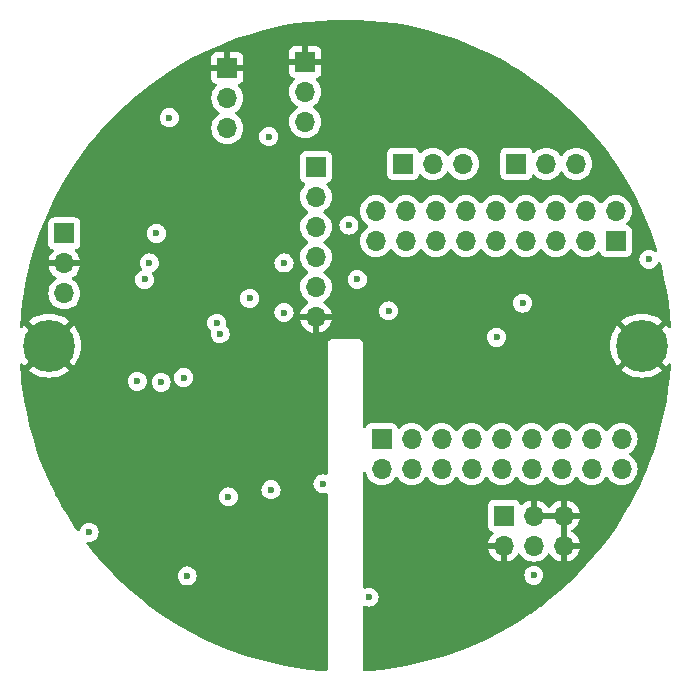
<source format=gbr>
%TF.GenerationSoftware,KiCad,Pcbnew,8.0.3*%
%TF.CreationDate,2025-07-10T12:51:06-07:00*%
%TF.ProjectId,salp_board_round,73616c70-5f62-46f6-9172-645f726f756e,rev?*%
%TF.SameCoordinates,Original*%
%TF.FileFunction,Copper,L2,Inr*%
%TF.FilePolarity,Positive*%
%FSLAX46Y46*%
G04 Gerber Fmt 4.6, Leading zero omitted, Abs format (unit mm)*
G04 Created by KiCad (PCBNEW 8.0.3) date 2025-07-10 12:51:06*
%MOMM*%
%LPD*%
G01*
G04 APERTURE LIST*
%TA.AperFunction,ComponentPad*%
%ADD10R,1.700000X1.700000*%
%TD*%
%TA.AperFunction,ComponentPad*%
%ADD11O,1.700000X1.700000*%
%TD*%
%TA.AperFunction,ComponentPad*%
%ADD12C,4.400000*%
%TD*%
%TA.AperFunction,ViaPad*%
%ADD13C,0.600000*%
%TD*%
G04 APERTURE END LIST*
D10*
%TO.N,/M_SCL*%
%TO.C,J3*%
X192900000Y-81140000D03*
D11*
X192900000Y-78600000D03*
%TO.N,/PA5*%
X190360000Y-81140000D03*
X190360000Y-78600000D03*
%TO.N,/PA6*%
X187820000Y-81140000D03*
X187820000Y-78600000D03*
%TO.N,/PA7*%
X185280000Y-81140000D03*
X185280000Y-78600000D03*
%TO.N,/PB5*%
X182740000Y-81140000D03*
X182740000Y-78600000D03*
%TO.N,/PB4*%
X180200000Y-81140000D03*
X180200000Y-78600000D03*
%TO.N,/PB3*%
X177660000Y-81140000D03*
X177660000Y-78600000D03*
%TO.N,/PB2*%
X175120000Y-81140000D03*
X175120000Y-78600000D03*
%TO.N,/M_SCL*%
X172580000Y-81140000D03*
X172580000Y-78600000D03*
%TD*%
D10*
%TO.N,unconnected-(J6-Pin_1-Pad1)*%
%TO.C,J6*%
X167500000Y-74860000D03*
D11*
%TO.N,Net-(J6-Pin_2)*%
X167500000Y-77400000D03*
%TO.N,Net-(J6-Pin_3)*%
X167500000Y-79940000D03*
%TO.N,/V_USB*%
X167500000Y-82480000D03*
%TO.N,unconnected-(J6-Pin_5-Pad5)*%
X167500000Y-85020000D03*
%TO.N,GND*%
X167500000Y-87560000D03*
%TD*%
D12*
%TO.N,GND*%
%TO.C,H2*%
X195100000Y-90000000D03*
%TD*%
D10*
%TO.N,Net-(J1-Pin_1)*%
%TO.C,J1*%
X146200000Y-80500000D03*
D11*
%TO.N,GND*%
X146200000Y-83040000D03*
%TO.N,Net-(J1-Pin_3)*%
X146200000Y-85580000D03*
%TD*%
D10*
%TO.N,GND*%
%TO.C,J10*%
X166600000Y-65975000D03*
D11*
%TO.N,Net-(J10-Pin_2)*%
X166600000Y-68515000D03*
%TO.N,/AVDD*%
X166600000Y-71055000D03*
%TD*%
D10*
%TO.N,/PB2*%
%TO.C,J7*%
X174860000Y-74600000D03*
D11*
%TO.N,Net-(J6-Pin_2)*%
X177400000Y-74600000D03*
%TO.N,/PA0*%
X179940000Y-74600000D03*
%TD*%
D10*
%TO.N,GND*%
%TO.C,J9*%
X160000000Y-66500000D03*
D11*
%TO.N,Net-(J9-Pin_2)*%
X160000000Y-69040000D03*
%TO.N,/AVDD*%
X160000000Y-71580000D03*
%TD*%
D10*
%TO.N,VCC*%
%TO.C,J4*%
X183420000Y-104400000D03*
D11*
%TO.N,GND*%
X183420000Y-106940000D03*
X185960000Y-104400000D03*
%TO.N,+3.3V*%
X185960000Y-106940000D03*
%TO.N,GND*%
X188500000Y-104400000D03*
X188500000Y-106940000D03*
%TD*%
D12*
%TO.N,GND*%
%TO.C,H1*%
X144900000Y-90000000D03*
%TD*%
D10*
%TO.N,/M_SCL*%
%TO.C,J5*%
X173060000Y-97900000D03*
D11*
X173060000Y-100440000D03*
%TO.N,/PC0*%
X175600000Y-97900000D03*
X175600000Y-100440000D03*
%TO.N,/PC1*%
X178140000Y-97900000D03*
X178140000Y-100440000D03*
%TO.N,/PC2*%
X180680000Y-97900000D03*
X180680000Y-100440000D03*
%TO.N,/PC3*%
X183220000Y-97900000D03*
X183220000Y-100440000D03*
%TO.N,/PA0*%
X185760000Y-97900000D03*
X185760000Y-100440000D03*
%TO.N,/M_SCL*%
X188300000Y-97900000D03*
X188300000Y-100440000D03*
X190840000Y-97900000D03*
X190840000Y-100440000D03*
%TO.N,/PA3*%
X193380000Y-97900000D03*
X193380000Y-100440000D03*
%TD*%
D10*
%TO.N,/PB3*%
%TO.C,J8*%
X184475000Y-74600000D03*
D11*
%TO.N,Net-(J6-Pin_3)*%
X187015000Y-74600000D03*
%TO.N,Net-(D2-K)*%
X189555000Y-74600000D03*
%TD*%
D13*
%TO.N,Net-(Q1-G)*%
X148300000Y-105800000D03*
X156600000Y-109500000D03*
%TO.N,GND*%
X160700000Y-107400000D03*
X191100000Y-88800000D03*
X164000000Y-74500000D03*
X163800000Y-103700000D03*
X143800000Y-96600000D03*
X162500000Y-79400000D03*
X149900000Y-105200000D03*
X167437500Y-92162500D03*
X155100000Y-88100000D03*
X161900000Y-91000000D03*
X167800000Y-109800000D03*
X176000000Y-115900000D03*
X181150000Y-109050000D03*
X153000000Y-81900000D03*
X189150000Y-93850000D03*
X163800000Y-96500000D03*
X152100000Y-74500000D03*
X156500000Y-73500000D03*
X152075000Y-87125000D03*
%TO.N,+BAT*%
X160100000Y-102800000D03*
X163700000Y-102200000D03*
X168100000Y-101700000D03*
%TO.N,+3.3V*%
X161900000Y-86000000D03*
X154000000Y-80500000D03*
X195700000Y-82700000D03*
X172000000Y-111300000D03*
X185960000Y-109440000D03*
%TO.N,/PA5*%
X170300000Y-79800000D03*
%TO.N,/PA3*%
X171000000Y-84400000D03*
X173650000Y-87050000D03*
%TO.N,/M_SCL*%
X164800000Y-83000000D03*
X185000000Y-86400000D03*
X164800000Y-87200000D03*
X182800000Y-89300000D03*
%TO.N,/TX1*%
X153400000Y-83000000D03*
X154400000Y-93100000D03*
%TO.N,/TX2*%
X156300000Y-92700000D03*
X153000000Y-84400000D03*
%TO.N,Net-(J1-Pin_1)*%
X152375735Y-93024265D03*
%TO.N,/I1*%
X159100000Y-88100000D03*
X155100000Y-70700000D03*
%TO.N,/I0*%
X163500000Y-72300000D03*
X159400000Y-89000000D03*
%TD*%
%TA.AperFunction,Conductor*%
%TO.N,GND*%
G36*
X188750000Y-106506988D02*
G01*
X188692993Y-106474075D01*
X188565826Y-106440000D01*
X188434174Y-106440000D01*
X188307007Y-106474075D01*
X188250000Y-106506988D01*
X188250000Y-104833012D01*
X188307007Y-104865925D01*
X188434174Y-104900000D01*
X188565826Y-104900000D01*
X188692993Y-104865925D01*
X188750000Y-104833012D01*
X188750000Y-106506988D01*
G37*
%TD.AperFunction*%
%TA.AperFunction,Conductor*%
G36*
X188034075Y-104207007D02*
G01*
X188000000Y-104334174D01*
X188000000Y-104465826D01*
X188034075Y-104592993D01*
X188066988Y-104650000D01*
X186393012Y-104650000D01*
X186425925Y-104592993D01*
X186460000Y-104465826D01*
X186460000Y-104334174D01*
X186425925Y-104207007D01*
X186393012Y-104150000D01*
X188066988Y-104150000D01*
X188034075Y-104207007D01*
G37*
%TD.AperFunction*%
%TA.AperFunction,Conductor*%
G36*
X171042855Y-62420255D02*
G01*
X171047490Y-62420430D01*
X172086535Y-62479530D01*
X172091176Y-62479883D01*
X173127200Y-62578284D01*
X173131804Y-62578809D01*
X174163423Y-62716382D01*
X174167982Y-62717078D01*
X175193612Y-62893612D01*
X175198192Y-62894489D01*
X176201999Y-63106693D01*
X176216375Y-63109732D01*
X176220950Y-63110790D01*
X177230233Y-63364430D01*
X177234765Y-63365660D01*
X178233731Y-63657344D01*
X178238195Y-63658739D01*
X179225402Y-63988044D01*
X179229785Y-63989599D01*
X180203859Y-64356069D01*
X180208149Y-64357777D01*
X181167652Y-64760874D01*
X181171903Y-64762757D01*
X181719505Y-65017620D01*
X182115390Y-65201872D01*
X182119610Y-65203934D01*
X182293076Y-65292809D01*
X183045798Y-65678466D01*
X183049896Y-65680664D01*
X183514140Y-65941170D01*
X183957467Y-66189940D01*
X183961518Y-66192315D01*
X184108061Y-66282007D01*
X184779547Y-66692993D01*
X184849138Y-66735586D01*
X184853091Y-66738110D01*
X185145046Y-66932372D01*
X185719478Y-67314590D01*
X185723338Y-67317265D01*
X185835025Y-67397844D01*
X186567306Y-67926164D01*
X186571038Y-67928966D01*
X187020153Y-68279596D01*
X187391304Y-68569359D01*
X187394951Y-68572318D01*
X188190410Y-69243343D01*
X188193942Y-69246439D01*
X188963412Y-69947098D01*
X188966810Y-69950313D01*
X189709189Y-70679605D01*
X189712477Y-70682959D01*
X190426695Y-71439829D01*
X190429853Y-71443305D01*
X190492226Y-71514631D01*
X191114920Y-72226706D01*
X191117910Y-72230257D01*
X191622907Y-72853905D01*
X191772827Y-73039049D01*
X191775713Y-73042755D01*
X192289319Y-73728597D01*
X192399509Y-73875738D01*
X192402252Y-73879550D01*
X192994038Y-74735531D01*
X192996636Y-74739444D01*
X193555613Y-75617269D01*
X193558060Y-75621278D01*
X194083380Y-76519619D01*
X194085673Y-76523717D01*
X194576588Y-77441292D01*
X194578725Y-77445474D01*
X195034554Y-78381009D01*
X195036531Y-78385270D01*
X195456598Y-79337381D01*
X195458412Y-79341713D01*
X195842121Y-80309047D01*
X195843770Y-80313445D01*
X196190576Y-81294624D01*
X196192057Y-81299081D01*
X196388330Y-81929394D01*
X196389467Y-81999254D01*
X196352654Y-82058639D01*
X196289579Y-82088694D01*
X196220268Y-82079878D01*
X196203965Y-82071254D01*
X196049523Y-81974211D01*
X195879254Y-81914631D01*
X195879249Y-81914630D01*
X195700004Y-81894435D01*
X195699996Y-81894435D01*
X195520750Y-81914630D01*
X195520745Y-81914631D01*
X195350476Y-81974211D01*
X195197737Y-82070184D01*
X195070184Y-82197737D01*
X194974211Y-82350476D01*
X194914631Y-82520745D01*
X194914630Y-82520750D01*
X194894435Y-82699996D01*
X194894435Y-82700003D01*
X194914630Y-82879249D01*
X194914631Y-82879254D01*
X194974211Y-83049523D01*
X195009589Y-83105826D01*
X195070184Y-83202262D01*
X195197738Y-83329816D01*
X195350478Y-83425789D01*
X195368214Y-83431995D01*
X195520745Y-83485368D01*
X195520750Y-83485369D01*
X195699996Y-83505565D01*
X195700000Y-83505565D01*
X195700004Y-83505565D01*
X195879249Y-83485369D01*
X195879252Y-83485368D01*
X195879255Y-83485368D01*
X196049522Y-83425789D01*
X196202262Y-83329816D01*
X196329816Y-83202262D01*
X196425789Y-83049522D01*
X196443116Y-83000003D01*
X196451692Y-82975496D01*
X196492414Y-82918719D01*
X196557367Y-82892972D01*
X196625928Y-82906428D01*
X196676331Y-82954815D01*
X196688438Y-82984094D01*
X196774311Y-83301788D01*
X196775450Y-83306344D01*
X197008765Y-84320532D01*
X197009732Y-84325128D01*
X197204471Y-85347413D01*
X197205262Y-85352042D01*
X197361149Y-86380971D01*
X197361764Y-86385628D01*
X197478570Y-87419689D01*
X197479009Y-87424365D01*
X197550580Y-88381939D01*
X197535947Y-88450259D01*
X197486700Y-88499822D01*
X197418475Y-88514893D01*
X197352933Y-88490686D01*
X197329016Y-88465911D01*
X197328429Y-88466372D01*
X197178522Y-88275030D01*
X196036290Y-89417262D01*
X195939033Y-89283398D01*
X195816602Y-89160967D01*
X195682736Y-89063709D01*
X196824968Y-87921476D01*
X196636576Y-87773881D01*
X196357043Y-87604898D01*
X196357041Y-87604897D01*
X196059175Y-87470839D01*
X196059164Y-87470835D01*
X195747341Y-87373667D01*
X195426038Y-87314786D01*
X195100000Y-87295065D01*
X194773961Y-87314786D01*
X194452658Y-87373667D01*
X194140835Y-87470835D01*
X194140824Y-87470839D01*
X193842958Y-87604897D01*
X193842956Y-87604898D01*
X193563422Y-87773881D01*
X193563416Y-87773886D01*
X193375030Y-87921474D01*
X193375029Y-87921476D01*
X194517262Y-89063709D01*
X194383398Y-89160967D01*
X194260967Y-89283398D01*
X194163709Y-89417262D01*
X193021476Y-88275029D01*
X193021474Y-88275030D01*
X192873886Y-88463416D01*
X192873881Y-88463422D01*
X192704898Y-88742956D01*
X192704897Y-88742958D01*
X192570839Y-89040824D01*
X192570835Y-89040835D01*
X192473667Y-89352658D01*
X192414786Y-89673961D01*
X192395065Y-90000000D01*
X192414786Y-90326038D01*
X192473667Y-90647341D01*
X192570835Y-90959164D01*
X192570839Y-90959175D01*
X192704897Y-91257041D01*
X192704898Y-91257043D01*
X192873881Y-91536576D01*
X193021476Y-91724968D01*
X194163708Y-90582736D01*
X194260967Y-90716602D01*
X194383398Y-90839033D01*
X194517262Y-90936290D01*
X193375030Y-92078522D01*
X193375030Y-92078523D01*
X193563423Y-92226118D01*
X193842956Y-92395101D01*
X193842958Y-92395102D01*
X194140824Y-92529160D01*
X194140835Y-92529164D01*
X194452658Y-92626332D01*
X194773961Y-92685213D01*
X195100000Y-92704934D01*
X195426038Y-92685213D01*
X195747341Y-92626332D01*
X196059164Y-92529164D01*
X196059175Y-92529160D01*
X196357041Y-92395102D01*
X196357043Y-92395101D01*
X196636586Y-92226112D01*
X196824968Y-92078523D01*
X196824968Y-92078522D01*
X195682737Y-90936290D01*
X195816602Y-90839033D01*
X195939033Y-90716602D01*
X196036290Y-90582737D01*
X197178522Y-91724968D01*
X197178523Y-91724968D01*
X197328429Y-91533629D01*
X197329115Y-91534166D01*
X197380363Y-91492617D01*
X197449810Y-91484944D01*
X197512382Y-91516034D01*
X197548211Y-91576018D01*
X197551787Y-91616565D01*
X197472998Y-92638972D01*
X197472549Y-92643647D01*
X197353354Y-93677474D01*
X197352728Y-93682129D01*
X197194471Y-94710688D01*
X197193669Y-94715316D01*
X196996572Y-95737153D01*
X196995595Y-95741747D01*
X196759946Y-96755375D01*
X196758796Y-96759928D01*
X196484936Y-97763887D01*
X196483615Y-97768394D01*
X196171917Y-98761311D01*
X196170425Y-98765765D01*
X195821364Y-99746126D01*
X195819705Y-99750520D01*
X195433766Y-100716967D01*
X195431942Y-100721295D01*
X195009680Y-101672432D01*
X195007694Y-101676687D01*
X194549709Y-102611171D01*
X194547562Y-102615349D01*
X194054527Y-103531798D01*
X194052224Y-103535891D01*
X193524838Y-104433010D01*
X193522382Y-104437013D01*
X192961383Y-105313548D01*
X192958776Y-105317455D01*
X192365018Y-106172068D01*
X192362266Y-106175874D01*
X191736553Y-107007413D01*
X191733659Y-107011112D01*
X191076883Y-107818385D01*
X191073850Y-107821971D01*
X190387008Y-108603754D01*
X190383842Y-108607223D01*
X189667881Y-109362444D01*
X189664586Y-109365791D01*
X188920512Y-110093383D01*
X188917092Y-110096602D01*
X188146038Y-110795459D01*
X188142499Y-110798547D01*
X187345506Y-111467725D01*
X187341853Y-111470676D01*
X186520095Y-112109189D01*
X186516332Y-112112000D01*
X185670987Y-112718934D01*
X185667121Y-112721600D01*
X184799414Y-113296076D01*
X184795449Y-113298595D01*
X183906578Y-113839817D01*
X183902521Y-113842183D01*
X182993821Y-114349340D01*
X182989678Y-114351550D01*
X182062387Y-114823952D01*
X182058162Y-114826005D01*
X181113687Y-115262933D01*
X181109388Y-115264824D01*
X180149004Y-115665688D01*
X180144636Y-115667414D01*
X179169800Y-116031607D01*
X179165370Y-116033167D01*
X178177446Y-116360181D01*
X178172960Y-116361573D01*
X177173316Y-116650954D01*
X177168781Y-116652174D01*
X176158934Y-116903482D01*
X176154356Y-116904530D01*
X175135677Y-117117423D01*
X175131062Y-117118296D01*
X174105089Y-117292454D01*
X174100445Y-117293152D01*
X173068608Y-117428333D01*
X173063940Y-117428855D01*
X172027721Y-117524864D01*
X172023037Y-117525209D01*
X171630637Y-117546620D01*
X171562625Y-117530617D01*
X171514061Y-117480384D01*
X171499881Y-117422804D01*
X171500000Y-112147892D01*
X171519686Y-112080854D01*
X171572491Y-112035100D01*
X171641650Y-112025159D01*
X171664955Y-112030855D01*
X171820737Y-112085366D01*
X171820743Y-112085367D01*
X171820745Y-112085368D01*
X171820746Y-112085368D01*
X171820750Y-112085369D01*
X171999996Y-112105565D01*
X172000000Y-112105565D01*
X172000004Y-112105565D01*
X172179249Y-112085369D01*
X172179252Y-112085368D01*
X172179255Y-112085368D01*
X172349522Y-112025789D01*
X172502262Y-111929816D01*
X172629816Y-111802262D01*
X172725789Y-111649522D01*
X172785368Y-111479255D01*
X172805565Y-111300000D01*
X172785368Y-111120745D01*
X172725789Y-110950478D01*
X172629816Y-110797738D01*
X172502262Y-110670184D01*
X172499965Y-110668741D01*
X172349523Y-110574211D01*
X172179254Y-110514631D01*
X172179249Y-110514630D01*
X172000004Y-110494435D01*
X171999996Y-110494435D01*
X171820750Y-110514630D01*
X171820742Y-110514632D01*
X171664991Y-110569132D01*
X171595213Y-110572693D01*
X171534585Y-110537964D01*
X171502358Y-110475971D01*
X171500037Y-110452095D01*
X171500060Y-109439996D01*
X185154435Y-109439996D01*
X185154435Y-109440003D01*
X185174630Y-109619249D01*
X185174631Y-109619254D01*
X185234211Y-109789523D01*
X185271912Y-109849523D01*
X185330184Y-109942262D01*
X185457738Y-110069816D01*
X185610478Y-110165789D01*
X185780745Y-110225368D01*
X185780750Y-110225369D01*
X185959996Y-110245565D01*
X185960000Y-110245565D01*
X185960004Y-110245565D01*
X186139249Y-110225369D01*
X186139252Y-110225368D01*
X186139255Y-110225368D01*
X186309522Y-110165789D01*
X186462262Y-110069816D01*
X186589816Y-109942262D01*
X186685789Y-109789522D01*
X186745368Y-109619255D01*
X186745369Y-109619249D01*
X186765565Y-109440003D01*
X186765565Y-109439996D01*
X186745369Y-109260750D01*
X186745368Y-109260745D01*
X186685788Y-109090476D01*
X186646582Y-109028080D01*
X186589816Y-108937738D01*
X186462262Y-108810184D01*
X186309523Y-108714211D01*
X186139254Y-108654631D01*
X186139249Y-108654630D01*
X185960004Y-108634435D01*
X185959996Y-108634435D01*
X185780750Y-108654630D01*
X185780745Y-108654631D01*
X185610476Y-108714211D01*
X185457737Y-108810184D01*
X185330184Y-108937737D01*
X185234211Y-109090476D01*
X185174631Y-109260745D01*
X185174630Y-109260750D01*
X185154435Y-109439996D01*
X171500060Y-109439996D01*
X171500194Y-103502135D01*
X182069500Y-103502135D01*
X182069500Y-105297870D01*
X182069501Y-105297876D01*
X182075908Y-105357483D01*
X182126202Y-105492328D01*
X182126206Y-105492335D01*
X182212452Y-105607544D01*
X182212455Y-105607547D01*
X182327664Y-105693793D01*
X182327671Y-105693797D01*
X182327674Y-105693798D01*
X182459598Y-105743002D01*
X182515531Y-105784873D01*
X182539949Y-105850337D01*
X182525098Y-105918610D01*
X182503947Y-105946865D01*
X182381886Y-106068926D01*
X182246400Y-106262420D01*
X182246399Y-106262422D01*
X182146570Y-106476507D01*
X182146567Y-106476513D01*
X182089364Y-106689999D01*
X182089364Y-106690000D01*
X182986988Y-106690000D01*
X182954075Y-106747007D01*
X182920000Y-106874174D01*
X182920000Y-107005826D01*
X182954075Y-107132993D01*
X182986988Y-107190000D01*
X182089364Y-107190000D01*
X182146567Y-107403486D01*
X182146570Y-107403492D01*
X182246399Y-107617578D01*
X182381894Y-107811082D01*
X182548917Y-107978105D01*
X182742421Y-108113600D01*
X182956507Y-108213429D01*
X182956516Y-108213433D01*
X183170000Y-108270634D01*
X183170000Y-107373012D01*
X183227007Y-107405925D01*
X183354174Y-107440000D01*
X183485826Y-107440000D01*
X183612993Y-107405925D01*
X183670000Y-107373012D01*
X183670000Y-108270633D01*
X183883483Y-108213433D01*
X183883492Y-108213429D01*
X184097578Y-108113600D01*
X184291082Y-107978105D01*
X184458105Y-107811082D01*
X184588119Y-107625405D01*
X184642696Y-107581781D01*
X184712195Y-107574588D01*
X184774549Y-107606110D01*
X184791269Y-107625405D01*
X184921505Y-107811401D01*
X185088599Y-107978495D01*
X185185384Y-108046265D01*
X185282165Y-108114032D01*
X185282167Y-108114033D01*
X185282170Y-108114035D01*
X185496337Y-108213903D01*
X185724592Y-108275063D01*
X185912918Y-108291539D01*
X185959999Y-108295659D01*
X185960000Y-108295659D01*
X185960001Y-108295659D01*
X185999234Y-108292226D01*
X186195408Y-108275063D01*
X186423663Y-108213903D01*
X186637830Y-108114035D01*
X186831401Y-107978495D01*
X186998495Y-107811401D01*
X187128730Y-107625405D01*
X187183307Y-107581781D01*
X187252805Y-107574587D01*
X187315160Y-107606110D01*
X187331879Y-107625405D01*
X187461890Y-107811078D01*
X187628917Y-107978105D01*
X187822421Y-108113600D01*
X188036507Y-108213429D01*
X188036516Y-108213433D01*
X188250000Y-108270634D01*
X188250000Y-107373012D01*
X188307007Y-107405925D01*
X188434174Y-107440000D01*
X188565826Y-107440000D01*
X188692993Y-107405925D01*
X188750000Y-107373012D01*
X188750000Y-108270633D01*
X188963483Y-108213433D01*
X188963492Y-108213429D01*
X189177578Y-108113600D01*
X189371082Y-107978105D01*
X189538105Y-107811082D01*
X189673600Y-107617578D01*
X189773429Y-107403492D01*
X189773432Y-107403486D01*
X189830636Y-107190000D01*
X188933012Y-107190000D01*
X188965925Y-107132993D01*
X189000000Y-107005826D01*
X189000000Y-106874174D01*
X188965925Y-106747007D01*
X188933012Y-106690000D01*
X189830636Y-106690000D01*
X189830635Y-106689999D01*
X189773432Y-106476513D01*
X189773429Y-106476507D01*
X189673600Y-106262422D01*
X189673599Y-106262420D01*
X189538113Y-106068926D01*
X189538108Y-106068920D01*
X189371082Y-105901894D01*
X189184968Y-105771575D01*
X189141344Y-105716998D01*
X189134151Y-105647499D01*
X189165673Y-105585145D01*
X189184968Y-105568425D01*
X189371082Y-105438105D01*
X189538105Y-105271082D01*
X189673600Y-105077578D01*
X189773429Y-104863492D01*
X189773432Y-104863486D01*
X189830636Y-104650000D01*
X188933012Y-104650000D01*
X188965925Y-104592993D01*
X189000000Y-104465826D01*
X189000000Y-104334174D01*
X188965925Y-104207007D01*
X188933012Y-104150000D01*
X189830636Y-104150000D01*
X189830635Y-104149999D01*
X189773432Y-103936513D01*
X189773429Y-103936507D01*
X189673600Y-103722422D01*
X189673599Y-103722420D01*
X189538113Y-103528926D01*
X189538108Y-103528920D01*
X189371082Y-103361894D01*
X189177578Y-103226399D01*
X188963492Y-103126570D01*
X188963486Y-103126567D01*
X188750000Y-103069364D01*
X188750000Y-103966988D01*
X188692993Y-103934075D01*
X188565826Y-103900000D01*
X188434174Y-103900000D01*
X188307007Y-103934075D01*
X188250000Y-103966988D01*
X188250000Y-103069364D01*
X188249999Y-103069364D01*
X188036513Y-103126567D01*
X188036507Y-103126570D01*
X187822422Y-103226399D01*
X187822420Y-103226400D01*
X187628926Y-103361886D01*
X187628920Y-103361891D01*
X187461891Y-103528920D01*
X187461890Y-103528922D01*
X187331575Y-103715031D01*
X187276998Y-103758655D01*
X187207499Y-103765848D01*
X187145145Y-103734326D01*
X187128425Y-103715031D01*
X186998109Y-103528922D01*
X186998108Y-103528920D01*
X186831082Y-103361894D01*
X186637578Y-103226399D01*
X186423492Y-103126570D01*
X186423486Y-103126567D01*
X186210000Y-103069364D01*
X186210000Y-103966988D01*
X186152993Y-103934075D01*
X186025826Y-103900000D01*
X185894174Y-103900000D01*
X185767007Y-103934075D01*
X185710000Y-103966988D01*
X185710000Y-103069364D01*
X185709999Y-103069364D01*
X185496513Y-103126567D01*
X185496507Y-103126570D01*
X185282422Y-103226399D01*
X185282420Y-103226400D01*
X185088926Y-103361886D01*
X184966865Y-103483947D01*
X184905542Y-103517431D01*
X184835850Y-103512447D01*
X184779917Y-103470575D01*
X184763002Y-103439598D01*
X184713797Y-103307671D01*
X184713793Y-103307664D01*
X184627547Y-103192455D01*
X184627544Y-103192452D01*
X184512335Y-103106206D01*
X184512328Y-103106202D01*
X184377482Y-103055908D01*
X184377483Y-103055908D01*
X184317883Y-103049501D01*
X184317881Y-103049500D01*
X184317873Y-103049500D01*
X184317864Y-103049500D01*
X182522129Y-103049500D01*
X182522123Y-103049501D01*
X182462516Y-103055908D01*
X182327671Y-103106202D01*
X182327664Y-103106206D01*
X182212455Y-103192452D01*
X182212452Y-103192455D01*
X182126206Y-103307664D01*
X182126202Y-103307671D01*
X182075908Y-103442517D01*
X182069501Y-103502116D01*
X182069500Y-103502135D01*
X171500194Y-103502135D01*
X171500255Y-100778754D01*
X171519941Y-100711716D01*
X171572746Y-100665962D01*
X171641905Y-100656021D01*
X171705460Y-100685047D01*
X171743233Y-100743826D01*
X171744030Y-100746665D01*
X171786094Y-100903655D01*
X171786096Y-100903659D01*
X171786097Y-100903663D01*
X171833711Y-101005771D01*
X171885965Y-101117830D01*
X171885967Y-101117834D01*
X171941917Y-101197738D01*
X172021505Y-101311401D01*
X172188599Y-101478495D01*
X172285384Y-101546265D01*
X172382165Y-101614032D01*
X172382167Y-101614033D01*
X172382170Y-101614035D01*
X172596337Y-101713903D01*
X172824592Y-101775063D01*
X173012918Y-101791539D01*
X173059999Y-101795659D01*
X173060000Y-101795659D01*
X173060001Y-101795659D01*
X173099234Y-101792226D01*
X173295408Y-101775063D01*
X173523663Y-101713903D01*
X173737830Y-101614035D01*
X173931401Y-101478495D01*
X174098495Y-101311401D01*
X174228425Y-101125842D01*
X174283002Y-101082217D01*
X174352500Y-101075023D01*
X174414855Y-101106546D01*
X174431575Y-101125842D01*
X174561500Y-101311395D01*
X174561505Y-101311401D01*
X174728599Y-101478495D01*
X174825384Y-101546265D01*
X174922165Y-101614032D01*
X174922167Y-101614033D01*
X174922170Y-101614035D01*
X175136337Y-101713903D01*
X175364592Y-101775063D01*
X175552918Y-101791539D01*
X175599999Y-101795659D01*
X175600000Y-101795659D01*
X175600001Y-101795659D01*
X175639234Y-101792226D01*
X175835408Y-101775063D01*
X176063663Y-101713903D01*
X176277830Y-101614035D01*
X176471401Y-101478495D01*
X176638495Y-101311401D01*
X176768425Y-101125842D01*
X176823002Y-101082217D01*
X176892500Y-101075023D01*
X176954855Y-101106546D01*
X176971575Y-101125842D01*
X177101500Y-101311395D01*
X177101505Y-101311401D01*
X177268599Y-101478495D01*
X177365384Y-101546265D01*
X177462165Y-101614032D01*
X177462167Y-101614033D01*
X177462170Y-101614035D01*
X177676337Y-101713903D01*
X177904592Y-101775063D01*
X178092918Y-101791539D01*
X178139999Y-101795659D01*
X178140000Y-101795659D01*
X178140001Y-101795659D01*
X178179234Y-101792226D01*
X178375408Y-101775063D01*
X178603663Y-101713903D01*
X178817830Y-101614035D01*
X179011401Y-101478495D01*
X179178495Y-101311401D01*
X179308425Y-101125842D01*
X179363002Y-101082217D01*
X179432500Y-101075023D01*
X179494855Y-101106546D01*
X179511575Y-101125842D01*
X179641500Y-101311395D01*
X179641505Y-101311401D01*
X179808599Y-101478495D01*
X179905384Y-101546265D01*
X180002165Y-101614032D01*
X180002167Y-101614033D01*
X180002170Y-101614035D01*
X180216337Y-101713903D01*
X180444592Y-101775063D01*
X180632918Y-101791539D01*
X180679999Y-101795659D01*
X180680000Y-101795659D01*
X180680001Y-101795659D01*
X180719234Y-101792226D01*
X180915408Y-101775063D01*
X181143663Y-101713903D01*
X181357830Y-101614035D01*
X181551401Y-101478495D01*
X181718495Y-101311401D01*
X181848425Y-101125842D01*
X181903002Y-101082217D01*
X181972500Y-101075023D01*
X182034855Y-101106546D01*
X182051575Y-101125842D01*
X182181500Y-101311395D01*
X182181505Y-101311401D01*
X182348599Y-101478495D01*
X182445384Y-101546265D01*
X182542165Y-101614032D01*
X182542167Y-101614033D01*
X182542170Y-101614035D01*
X182756337Y-101713903D01*
X182984592Y-101775063D01*
X183172918Y-101791539D01*
X183219999Y-101795659D01*
X183220000Y-101795659D01*
X183220001Y-101795659D01*
X183259234Y-101792226D01*
X183455408Y-101775063D01*
X183683663Y-101713903D01*
X183897830Y-101614035D01*
X184091401Y-101478495D01*
X184258495Y-101311401D01*
X184388425Y-101125842D01*
X184443002Y-101082217D01*
X184512500Y-101075023D01*
X184574855Y-101106546D01*
X184591575Y-101125842D01*
X184721500Y-101311395D01*
X184721505Y-101311401D01*
X184888599Y-101478495D01*
X184985384Y-101546265D01*
X185082165Y-101614032D01*
X185082167Y-101614033D01*
X185082170Y-101614035D01*
X185296337Y-101713903D01*
X185524592Y-101775063D01*
X185712918Y-101791539D01*
X185759999Y-101795659D01*
X185760000Y-101795659D01*
X185760001Y-101795659D01*
X185799234Y-101792226D01*
X185995408Y-101775063D01*
X186223663Y-101713903D01*
X186437830Y-101614035D01*
X186631401Y-101478495D01*
X186798495Y-101311401D01*
X186928425Y-101125842D01*
X186983002Y-101082217D01*
X187052500Y-101075023D01*
X187114855Y-101106546D01*
X187131575Y-101125842D01*
X187261500Y-101311395D01*
X187261505Y-101311401D01*
X187428599Y-101478495D01*
X187525384Y-101546265D01*
X187622165Y-101614032D01*
X187622167Y-101614033D01*
X187622170Y-101614035D01*
X187836337Y-101713903D01*
X188064592Y-101775063D01*
X188252918Y-101791539D01*
X188299999Y-101795659D01*
X188300000Y-101795659D01*
X188300001Y-101795659D01*
X188339234Y-101792226D01*
X188535408Y-101775063D01*
X188763663Y-101713903D01*
X188977830Y-101614035D01*
X189171401Y-101478495D01*
X189338495Y-101311401D01*
X189468425Y-101125842D01*
X189523002Y-101082217D01*
X189592500Y-101075023D01*
X189654855Y-101106546D01*
X189671575Y-101125842D01*
X189801500Y-101311395D01*
X189801505Y-101311401D01*
X189968599Y-101478495D01*
X190065384Y-101546265D01*
X190162165Y-101614032D01*
X190162167Y-101614033D01*
X190162170Y-101614035D01*
X190376337Y-101713903D01*
X190604592Y-101775063D01*
X190792918Y-101791539D01*
X190839999Y-101795659D01*
X190840000Y-101795659D01*
X190840001Y-101795659D01*
X190879234Y-101792226D01*
X191075408Y-101775063D01*
X191303663Y-101713903D01*
X191517830Y-101614035D01*
X191711401Y-101478495D01*
X191878495Y-101311401D01*
X192008425Y-101125842D01*
X192063002Y-101082217D01*
X192132500Y-101075023D01*
X192194855Y-101106546D01*
X192211575Y-101125842D01*
X192341500Y-101311395D01*
X192341505Y-101311401D01*
X192508599Y-101478495D01*
X192605384Y-101546265D01*
X192702165Y-101614032D01*
X192702167Y-101614033D01*
X192702170Y-101614035D01*
X192916337Y-101713903D01*
X193144592Y-101775063D01*
X193332918Y-101791539D01*
X193379999Y-101795659D01*
X193380000Y-101795659D01*
X193380001Y-101795659D01*
X193419234Y-101792226D01*
X193615408Y-101775063D01*
X193843663Y-101713903D01*
X194057830Y-101614035D01*
X194251401Y-101478495D01*
X194418495Y-101311401D01*
X194554035Y-101117830D01*
X194653903Y-100903663D01*
X194715063Y-100675408D01*
X194735659Y-100440000D01*
X194715063Y-100204592D01*
X194653903Y-99976337D01*
X194554035Y-99762171D01*
X194548425Y-99754158D01*
X194418494Y-99568597D01*
X194251402Y-99401506D01*
X194251396Y-99401501D01*
X194065842Y-99271575D01*
X194022217Y-99216998D01*
X194015023Y-99147500D01*
X194046546Y-99085145D01*
X194065842Y-99068425D01*
X194088026Y-99052891D01*
X194251401Y-98938495D01*
X194418495Y-98771401D01*
X194554035Y-98577830D01*
X194653903Y-98363663D01*
X194715063Y-98135408D01*
X194735659Y-97900000D01*
X194715063Y-97664592D01*
X194653903Y-97436337D01*
X194554035Y-97222171D01*
X194548425Y-97214158D01*
X194418494Y-97028597D01*
X194251402Y-96861506D01*
X194251395Y-96861501D01*
X194057834Y-96725967D01*
X194057830Y-96725965D01*
X194057828Y-96725964D01*
X193843663Y-96626097D01*
X193843659Y-96626096D01*
X193843655Y-96626094D01*
X193615413Y-96564938D01*
X193615403Y-96564936D01*
X193380001Y-96544341D01*
X193379999Y-96544341D01*
X193144596Y-96564936D01*
X193144586Y-96564938D01*
X192916344Y-96626094D01*
X192916335Y-96626098D01*
X192702171Y-96725964D01*
X192702169Y-96725965D01*
X192508597Y-96861505D01*
X192341505Y-97028597D01*
X192211575Y-97214158D01*
X192156998Y-97257783D01*
X192087500Y-97264977D01*
X192025145Y-97233454D01*
X192008425Y-97214158D01*
X191878494Y-97028597D01*
X191711402Y-96861506D01*
X191711395Y-96861501D01*
X191517834Y-96725967D01*
X191517830Y-96725965D01*
X191517828Y-96725964D01*
X191303663Y-96626097D01*
X191303659Y-96626096D01*
X191303655Y-96626094D01*
X191075413Y-96564938D01*
X191075403Y-96564936D01*
X190840001Y-96544341D01*
X190839999Y-96544341D01*
X190604596Y-96564936D01*
X190604586Y-96564938D01*
X190376344Y-96626094D01*
X190376335Y-96626098D01*
X190162171Y-96725964D01*
X190162169Y-96725965D01*
X189968597Y-96861505D01*
X189801505Y-97028597D01*
X189671575Y-97214158D01*
X189616998Y-97257783D01*
X189547500Y-97264977D01*
X189485145Y-97233454D01*
X189468425Y-97214158D01*
X189338494Y-97028597D01*
X189171402Y-96861506D01*
X189171395Y-96861501D01*
X188977834Y-96725967D01*
X188977830Y-96725965D01*
X188977828Y-96725964D01*
X188763663Y-96626097D01*
X188763659Y-96626096D01*
X188763655Y-96626094D01*
X188535413Y-96564938D01*
X188535403Y-96564936D01*
X188300001Y-96544341D01*
X188299999Y-96544341D01*
X188064596Y-96564936D01*
X188064586Y-96564938D01*
X187836344Y-96626094D01*
X187836335Y-96626098D01*
X187622171Y-96725964D01*
X187622169Y-96725965D01*
X187428597Y-96861505D01*
X187261505Y-97028597D01*
X187131575Y-97214158D01*
X187076998Y-97257783D01*
X187007500Y-97264977D01*
X186945145Y-97233454D01*
X186928425Y-97214158D01*
X186798494Y-97028597D01*
X186631402Y-96861506D01*
X186631395Y-96861501D01*
X186437834Y-96725967D01*
X186437830Y-96725965D01*
X186437828Y-96725964D01*
X186223663Y-96626097D01*
X186223659Y-96626096D01*
X186223655Y-96626094D01*
X185995413Y-96564938D01*
X185995403Y-96564936D01*
X185760001Y-96544341D01*
X185759999Y-96544341D01*
X185524596Y-96564936D01*
X185524586Y-96564938D01*
X185296344Y-96626094D01*
X185296335Y-96626098D01*
X185082171Y-96725964D01*
X185082169Y-96725965D01*
X184888597Y-96861505D01*
X184721505Y-97028597D01*
X184591575Y-97214158D01*
X184536998Y-97257783D01*
X184467500Y-97264977D01*
X184405145Y-97233454D01*
X184388425Y-97214158D01*
X184258494Y-97028597D01*
X184091402Y-96861506D01*
X184091395Y-96861501D01*
X183897834Y-96725967D01*
X183897830Y-96725965D01*
X183897828Y-96725964D01*
X183683663Y-96626097D01*
X183683659Y-96626096D01*
X183683655Y-96626094D01*
X183455413Y-96564938D01*
X183455403Y-96564936D01*
X183220001Y-96544341D01*
X183219999Y-96544341D01*
X182984596Y-96564936D01*
X182984586Y-96564938D01*
X182756344Y-96626094D01*
X182756335Y-96626098D01*
X182542171Y-96725964D01*
X182542169Y-96725965D01*
X182348597Y-96861505D01*
X182181505Y-97028597D01*
X182051575Y-97214158D01*
X181996998Y-97257783D01*
X181927500Y-97264977D01*
X181865145Y-97233454D01*
X181848425Y-97214158D01*
X181718494Y-97028597D01*
X181551402Y-96861506D01*
X181551395Y-96861501D01*
X181357834Y-96725967D01*
X181357830Y-96725965D01*
X181357828Y-96725964D01*
X181143663Y-96626097D01*
X181143659Y-96626096D01*
X181143655Y-96626094D01*
X180915413Y-96564938D01*
X180915403Y-96564936D01*
X180680001Y-96544341D01*
X180679999Y-96544341D01*
X180444596Y-96564936D01*
X180444586Y-96564938D01*
X180216344Y-96626094D01*
X180216335Y-96626098D01*
X180002171Y-96725964D01*
X180002169Y-96725965D01*
X179808597Y-96861505D01*
X179641505Y-97028597D01*
X179511575Y-97214158D01*
X179456998Y-97257783D01*
X179387500Y-97264977D01*
X179325145Y-97233454D01*
X179308425Y-97214158D01*
X179178494Y-97028597D01*
X179011402Y-96861506D01*
X179011395Y-96861501D01*
X178817834Y-96725967D01*
X178817830Y-96725965D01*
X178817828Y-96725964D01*
X178603663Y-96626097D01*
X178603659Y-96626096D01*
X178603655Y-96626094D01*
X178375413Y-96564938D01*
X178375403Y-96564936D01*
X178140001Y-96544341D01*
X178139999Y-96544341D01*
X177904596Y-96564936D01*
X177904586Y-96564938D01*
X177676344Y-96626094D01*
X177676335Y-96626098D01*
X177462171Y-96725964D01*
X177462169Y-96725965D01*
X177268597Y-96861505D01*
X177101505Y-97028597D01*
X176971575Y-97214158D01*
X176916998Y-97257783D01*
X176847500Y-97264977D01*
X176785145Y-97233454D01*
X176768425Y-97214158D01*
X176638494Y-97028597D01*
X176471402Y-96861506D01*
X176471395Y-96861501D01*
X176277834Y-96725967D01*
X176277830Y-96725965D01*
X176277828Y-96725964D01*
X176063663Y-96626097D01*
X176063659Y-96626096D01*
X176063655Y-96626094D01*
X175835413Y-96564938D01*
X175835403Y-96564936D01*
X175600001Y-96544341D01*
X175599999Y-96544341D01*
X175364596Y-96564936D01*
X175364586Y-96564938D01*
X175136344Y-96626094D01*
X175136335Y-96626098D01*
X174922171Y-96725964D01*
X174922169Y-96725965D01*
X174728600Y-96861503D01*
X174606673Y-96983430D01*
X174545350Y-97016914D01*
X174475658Y-97011930D01*
X174419725Y-96970058D01*
X174402810Y-96939081D01*
X174353797Y-96807671D01*
X174353793Y-96807664D01*
X174267547Y-96692455D01*
X174267544Y-96692452D01*
X174152335Y-96606206D01*
X174152328Y-96606202D01*
X174017482Y-96555908D01*
X174017483Y-96555908D01*
X173957883Y-96549501D01*
X173957881Y-96549500D01*
X173957873Y-96549500D01*
X173957864Y-96549500D01*
X172162129Y-96549500D01*
X172162123Y-96549501D01*
X172102516Y-96555908D01*
X171967671Y-96606202D01*
X171967664Y-96606206D01*
X171852455Y-96692452D01*
X171852452Y-96692455D01*
X171766206Y-96807664D01*
X171766203Y-96807670D01*
X171740525Y-96876516D01*
X171698653Y-96932449D01*
X171633189Y-96956866D01*
X171564916Y-96942014D01*
X171515511Y-96892609D01*
X171500343Y-96833181D01*
X171500497Y-89974536D01*
X171500500Y-89974514D01*
X171500500Y-89878707D01*
X171500501Y-89834119D01*
X171500500Y-89834115D01*
X171500500Y-89834108D01*
X171479903Y-89757239D01*
X171479903Y-89757238D01*
X171479903Y-89757237D01*
X171467420Y-89710647D01*
X171466633Y-89707280D01*
X171466543Y-89707055D01*
X171465930Y-89706014D01*
X171433314Y-89649521D01*
X171433313Y-89649520D01*
X171421937Y-89629815D01*
X171402332Y-89595857D01*
X171400867Y-89593133D01*
X171400634Y-89592820D01*
X171347095Y-89539281D01*
X171307318Y-89499502D01*
X171272248Y-89479255D01*
X171249775Y-89466280D01*
X171249772Y-89466278D01*
X171193192Y-89433609D01*
X171141758Y-89419828D01*
X171141758Y-89419827D01*
X171141754Y-89419827D01*
X171117703Y-89413382D01*
X171065902Y-89399500D01*
X171065895Y-89399500D01*
X171065892Y-89399500D01*
X171000011Y-89399500D01*
X170934119Y-89399499D01*
X170934118Y-89399499D01*
X170926525Y-89399499D01*
X170926509Y-89399500D01*
X169073491Y-89399500D01*
X169073474Y-89399499D01*
X169065881Y-89399499D01*
X168999989Y-89399500D01*
X168934096Y-89399500D01*
X168858243Y-89419827D01*
X168858242Y-89419827D01*
X168806819Y-89433606D01*
X168806816Y-89433607D01*
X168806814Y-89433608D01*
X168806809Y-89433610D01*
X168806804Y-89433612D01*
X168750224Y-89466280D01*
X168750223Y-89466279D01*
X168692692Y-89499495D01*
X168692684Y-89499501D01*
X168692673Y-89499510D01*
X168652905Y-89539281D01*
X168652902Y-89539284D01*
X168599503Y-89592681D01*
X168599497Y-89592688D01*
X168566688Y-89649519D01*
X168566686Y-89649521D01*
X168533609Y-89706810D01*
X168533610Y-89706810D01*
X168533604Y-89706823D01*
X168520098Y-89757236D01*
X168520097Y-89757238D01*
X168499499Y-89834112D01*
X168499500Y-89878708D01*
X168499500Y-89970275D01*
X168499501Y-89970305D01*
X168499744Y-100817019D01*
X168480061Y-100884059D01*
X168427258Y-100929815D01*
X168358100Y-100939760D01*
X168334790Y-100934064D01*
X168279257Y-100914632D01*
X168279249Y-100914630D01*
X168100004Y-100894435D01*
X168099996Y-100894435D01*
X167920750Y-100914630D01*
X167920745Y-100914631D01*
X167750476Y-100974211D01*
X167597737Y-101070184D01*
X167470184Y-101197737D01*
X167374211Y-101350476D01*
X167314631Y-101520745D01*
X167314630Y-101520750D01*
X167294435Y-101699996D01*
X167294435Y-101700003D01*
X167314630Y-101879249D01*
X167314631Y-101879254D01*
X167374211Y-102049523D01*
X167389724Y-102074211D01*
X167470184Y-102202262D01*
X167597738Y-102329816D01*
X167750478Y-102425789D01*
X167854989Y-102462359D01*
X167920745Y-102485368D01*
X167920750Y-102485369D01*
X168099996Y-102505565D01*
X168100000Y-102505565D01*
X168100004Y-102505565D01*
X168279249Y-102485369D01*
X168279252Y-102485368D01*
X168279255Y-102485368D01*
X168279256Y-102485367D01*
X168279259Y-102485367D01*
X168334828Y-102465922D01*
X168404607Y-102462359D01*
X168465235Y-102497088D01*
X168497462Y-102559081D01*
X168499784Y-102582960D01*
X168500117Y-117422801D01*
X168480434Y-117489841D01*
X168427631Y-117535597D01*
X168369361Y-117546620D01*
X167976962Y-117525209D01*
X167972278Y-117524864D01*
X166936059Y-117428855D01*
X166931391Y-117428333D01*
X165899554Y-117293152D01*
X165894910Y-117292454D01*
X164868937Y-117118296D01*
X164864322Y-117117423D01*
X163845643Y-116904530D01*
X163841065Y-116903482D01*
X162831218Y-116652174D01*
X162826683Y-116650954D01*
X161827039Y-116361573D01*
X161822553Y-116360181D01*
X160834629Y-116033167D01*
X160830199Y-116031607D01*
X159855363Y-115667414D01*
X159850995Y-115665688D01*
X158890611Y-115264824D01*
X158886312Y-115262933D01*
X157941837Y-114826005D01*
X157937612Y-114823952D01*
X157010321Y-114351550D01*
X157006178Y-114349340D01*
X156097478Y-113842183D01*
X156093421Y-113839817D01*
X155204550Y-113298595D01*
X155200585Y-113296076D01*
X154332878Y-112721600D01*
X154329012Y-112718934D01*
X153483667Y-112112000D01*
X153479904Y-112109189D01*
X152658146Y-111470676D01*
X152654493Y-111467725D01*
X152241239Y-111120745D01*
X151857488Y-110798536D01*
X151853961Y-110795459D01*
X151766196Y-110715912D01*
X151082905Y-110096600D01*
X151079487Y-110093383D01*
X150472658Y-109499996D01*
X155794435Y-109499996D01*
X155794435Y-109500003D01*
X155814630Y-109679249D01*
X155814631Y-109679254D01*
X155874211Y-109849523D01*
X155970184Y-110002262D01*
X156097738Y-110129816D01*
X156154987Y-110165788D01*
X156249809Y-110225369D01*
X156250478Y-110225789D01*
X156306995Y-110245565D01*
X156420745Y-110285368D01*
X156420750Y-110285369D01*
X156599996Y-110305565D01*
X156600000Y-110305565D01*
X156600004Y-110305565D01*
X156779249Y-110285369D01*
X156779252Y-110285368D01*
X156779255Y-110285368D01*
X156949522Y-110225789D01*
X157102262Y-110129816D01*
X157229816Y-110002262D01*
X157325789Y-109849522D01*
X157385368Y-109679255D01*
X157385369Y-109679249D01*
X157405565Y-109500003D01*
X157405565Y-109499996D01*
X157385369Y-109320750D01*
X157385368Y-109320745D01*
X157325788Y-109150476D01*
X157229815Y-108997737D01*
X157102262Y-108870184D01*
X156949523Y-108774211D01*
X156779254Y-108714631D01*
X156779249Y-108714630D01*
X156600004Y-108694435D01*
X156599996Y-108694435D01*
X156420750Y-108714630D01*
X156420745Y-108714631D01*
X156250476Y-108774211D01*
X156097737Y-108870184D01*
X155970184Y-108997737D01*
X155874211Y-109150476D01*
X155814631Y-109320745D01*
X155814630Y-109320750D01*
X155794435Y-109499996D01*
X150472658Y-109499996D01*
X150335413Y-109365791D01*
X150332118Y-109362444D01*
X149616157Y-108607223D01*
X149612991Y-108603754D01*
X149063667Y-107978498D01*
X148926143Y-107821964D01*
X148923116Y-107818385D01*
X148917430Y-107811396D01*
X148266325Y-107011093D01*
X148263460Y-107007432D01*
X148102740Y-106793843D01*
X148078161Y-106728442D01*
X148092843Y-106660132D01*
X148142126Y-106610604D01*
X148210362Y-106595582D01*
X148215706Y-106596068D01*
X148299996Y-106605565D01*
X148300000Y-106605565D01*
X148300004Y-106605565D01*
X148479249Y-106585369D01*
X148479252Y-106585368D01*
X148479255Y-106585368D01*
X148649522Y-106525789D01*
X148802262Y-106429816D01*
X148929816Y-106302262D01*
X149025789Y-106149522D01*
X149085368Y-105979255D01*
X149085369Y-105979249D01*
X149105565Y-105800003D01*
X149105565Y-105799996D01*
X149085369Y-105620750D01*
X149085368Y-105620745D01*
X149025788Y-105450476D01*
X148941324Y-105316053D01*
X148929816Y-105297738D01*
X148802262Y-105170184D01*
X148649523Y-105074211D01*
X148479254Y-105014631D01*
X148479249Y-105014630D01*
X148300004Y-104994435D01*
X148299996Y-104994435D01*
X148120750Y-105014630D01*
X148120745Y-105014631D01*
X147950476Y-105074211D01*
X147797737Y-105170184D01*
X147670184Y-105297737D01*
X147574211Y-105450476D01*
X147514631Y-105620745D01*
X147513083Y-105627532D01*
X147511246Y-105627112D01*
X147487816Y-105682853D01*
X147430216Y-105722400D01*
X147360378Y-105724529D01*
X147300477Y-105688563D01*
X147289838Y-105675294D01*
X147270527Y-105647499D01*
X147041207Y-105317432D01*
X147038631Y-105313571D01*
X146477617Y-104437013D01*
X146475161Y-104433010D01*
X146308788Y-104149999D01*
X145947765Y-103535874D01*
X145945472Y-103531798D01*
X145942239Y-103525789D01*
X145551775Y-102799996D01*
X159294435Y-102799996D01*
X159294435Y-102800003D01*
X159314630Y-102979249D01*
X159314631Y-102979254D01*
X159374211Y-103149523D01*
X159470184Y-103302262D01*
X159597738Y-103429816D01*
X159750478Y-103525789D01*
X159920745Y-103585368D01*
X159920750Y-103585369D01*
X160099996Y-103605565D01*
X160100000Y-103605565D01*
X160100004Y-103605565D01*
X160279249Y-103585369D01*
X160279252Y-103585368D01*
X160279255Y-103585368D01*
X160449522Y-103525789D01*
X160602262Y-103429816D01*
X160729816Y-103302262D01*
X160825789Y-103149522D01*
X160885368Y-102979255D01*
X160891392Y-102925789D01*
X160905565Y-102800003D01*
X160905565Y-102799996D01*
X160885369Y-102620750D01*
X160885368Y-102620745D01*
X160845065Y-102505565D01*
X160825789Y-102450478D01*
X160729816Y-102297738D01*
X160632074Y-102199996D01*
X162894435Y-102199996D01*
X162894435Y-102200003D01*
X162914630Y-102379249D01*
X162914631Y-102379254D01*
X162974211Y-102549523D01*
X163070184Y-102702262D01*
X163197738Y-102829816D01*
X163350478Y-102925789D01*
X163503258Y-102979249D01*
X163520745Y-102985368D01*
X163520750Y-102985369D01*
X163699996Y-103005565D01*
X163700000Y-103005565D01*
X163700004Y-103005565D01*
X163879249Y-102985369D01*
X163879252Y-102985368D01*
X163879255Y-102985368D01*
X164049522Y-102925789D01*
X164202262Y-102829816D01*
X164329816Y-102702262D01*
X164425789Y-102549522D01*
X164485368Y-102379255D01*
X164485369Y-102379249D01*
X164505565Y-102200003D01*
X164505565Y-102199996D01*
X164485369Y-102020750D01*
X164485368Y-102020745D01*
X164476162Y-101994435D01*
X164425789Y-101850478D01*
X164329816Y-101697738D01*
X164202262Y-101570184D01*
X164049523Y-101474211D01*
X163879254Y-101414631D01*
X163879249Y-101414630D01*
X163700004Y-101394435D01*
X163699996Y-101394435D01*
X163520750Y-101414630D01*
X163520745Y-101414631D01*
X163350476Y-101474211D01*
X163197737Y-101570184D01*
X163070184Y-101697737D01*
X162974211Y-101850476D01*
X162914631Y-102020745D01*
X162914630Y-102020750D01*
X162894435Y-102199996D01*
X160632074Y-102199996D01*
X160602262Y-102170184D01*
X160537495Y-102129488D01*
X160449523Y-102074211D01*
X160279254Y-102014631D01*
X160279249Y-102014630D01*
X160100004Y-101994435D01*
X160099996Y-101994435D01*
X159920750Y-102014630D01*
X159920745Y-102014631D01*
X159750476Y-102074211D01*
X159597737Y-102170184D01*
X159470184Y-102297737D01*
X159374211Y-102450476D01*
X159314631Y-102620745D01*
X159314630Y-102620750D01*
X159294435Y-102799996D01*
X145551775Y-102799996D01*
X145452430Y-102615335D01*
X145450290Y-102611171D01*
X145379104Y-102465922D01*
X145040518Y-101775063D01*
X144992305Y-101676687D01*
X144990319Y-101672432D01*
X144830038Y-101311402D01*
X144568041Y-100721257D01*
X144566249Y-100717005D01*
X144180280Y-99750485D01*
X144178648Y-99746161D01*
X143829564Y-98765737D01*
X143828091Y-98761338D01*
X143516377Y-97768371D01*
X143515070Y-97763912D01*
X143241200Y-96759917D01*
X143240053Y-96755375D01*
X143233216Y-96725964D01*
X143004398Y-95741719D01*
X143003432Y-95737181D01*
X142806326Y-94715295D01*
X142805528Y-94710688D01*
X142696230Y-94000325D01*
X142647266Y-93682095D01*
X142646648Y-93677502D01*
X142571333Y-93024261D01*
X151570170Y-93024261D01*
X151570170Y-93024268D01*
X151590365Y-93203514D01*
X151590366Y-93203519D01*
X151649946Y-93373788D01*
X151697534Y-93449523D01*
X151745919Y-93526527D01*
X151873473Y-93654081D01*
X152026213Y-93750054D01*
X152196480Y-93809633D01*
X152196485Y-93809634D01*
X152375731Y-93829830D01*
X152375735Y-93829830D01*
X152375739Y-93829830D01*
X152554984Y-93809634D01*
X152554987Y-93809633D01*
X152554990Y-93809633D01*
X152725257Y-93750054D01*
X152877997Y-93654081D01*
X153005551Y-93526527D01*
X153101524Y-93373787D01*
X153161103Y-93203520D01*
X153161245Y-93202262D01*
X153172768Y-93099996D01*
X153594435Y-93099996D01*
X153594435Y-93100003D01*
X153614630Y-93279249D01*
X153614631Y-93279254D01*
X153674211Y-93449523D01*
X153696735Y-93485369D01*
X153770184Y-93602262D01*
X153897738Y-93729816D01*
X154050478Y-93825789D01*
X154062027Y-93829830D01*
X154220745Y-93885368D01*
X154220750Y-93885369D01*
X154399996Y-93905565D01*
X154400000Y-93905565D01*
X154400004Y-93905565D01*
X154579249Y-93885369D01*
X154579252Y-93885368D01*
X154579255Y-93885368D01*
X154749522Y-93825789D01*
X154902262Y-93729816D01*
X155029816Y-93602262D01*
X155125789Y-93449522D01*
X155185368Y-93279255D01*
X155185369Y-93279249D01*
X155205565Y-93100003D01*
X155205565Y-93099996D01*
X155185369Y-92920750D01*
X155185368Y-92920745D01*
X155125788Y-92750476D01*
X155094069Y-92699996D01*
X155494435Y-92699996D01*
X155494435Y-92700003D01*
X155514630Y-92879249D01*
X155514631Y-92879254D01*
X155574211Y-93049523D01*
X155605926Y-93099996D01*
X155670184Y-93202262D01*
X155797738Y-93329816D01*
X155950478Y-93425789D01*
X156018306Y-93449523D01*
X156120745Y-93485368D01*
X156120750Y-93485369D01*
X156299996Y-93505565D01*
X156300000Y-93505565D01*
X156300004Y-93505565D01*
X156479249Y-93485369D01*
X156479252Y-93485368D01*
X156479255Y-93485368D01*
X156649522Y-93425789D01*
X156802262Y-93329816D01*
X156929816Y-93202262D01*
X157025789Y-93049522D01*
X157085368Y-92879255D01*
X157089226Y-92845015D01*
X157105565Y-92700003D01*
X157105565Y-92699996D01*
X157085369Y-92520750D01*
X157085368Y-92520745D01*
X157067676Y-92470184D01*
X157025789Y-92350478D01*
X157003265Y-92314632D01*
X156955677Y-92238896D01*
X156929816Y-92197738D01*
X156802262Y-92070184D01*
X156649523Y-91974211D01*
X156479254Y-91914631D01*
X156479249Y-91914630D01*
X156300004Y-91894435D01*
X156299996Y-91894435D01*
X156120750Y-91914630D01*
X156120745Y-91914631D01*
X155950476Y-91974211D01*
X155797737Y-92070184D01*
X155670184Y-92197737D01*
X155574211Y-92350476D01*
X155514631Y-92520745D01*
X155514630Y-92520750D01*
X155494435Y-92699996D01*
X155094069Y-92699996D01*
X155078200Y-92674741D01*
X155029816Y-92597738D01*
X154902262Y-92470184D01*
X154749523Y-92374211D01*
X154579254Y-92314631D01*
X154579249Y-92314630D01*
X154400004Y-92294435D01*
X154399996Y-92294435D01*
X154220750Y-92314630D01*
X154220745Y-92314631D01*
X154050476Y-92374211D01*
X153897737Y-92470184D01*
X153770184Y-92597737D01*
X153674211Y-92750476D01*
X153614631Y-92920745D01*
X153614630Y-92920750D01*
X153594435Y-93099996D01*
X153172768Y-93099996D01*
X153181300Y-93024268D01*
X153181300Y-93024261D01*
X153161104Y-92845015D01*
X153161103Y-92845010D01*
X153110360Y-92699996D01*
X153101524Y-92674743D01*
X153005551Y-92522003D01*
X152877997Y-92394449D01*
X152725258Y-92298476D01*
X152554989Y-92238896D01*
X152554984Y-92238895D01*
X152375739Y-92218700D01*
X152375731Y-92218700D01*
X152196485Y-92238895D01*
X152196480Y-92238896D01*
X152026211Y-92298476D01*
X151873472Y-92394449D01*
X151745919Y-92522002D01*
X151649946Y-92674741D01*
X151590366Y-92845010D01*
X151590365Y-92845015D01*
X151570170Y-93024261D01*
X142571333Y-93024261D01*
X142527449Y-92643639D01*
X142527001Y-92638972D01*
X142526027Y-92626332D01*
X142448212Y-91616561D01*
X142462687Y-91548212D01*
X142511819Y-91498535D01*
X142580009Y-91483307D01*
X142645607Y-91507363D01*
X142671260Y-91533871D01*
X142671571Y-91533628D01*
X142821476Y-91724968D01*
X143963708Y-90582736D01*
X144060967Y-90716602D01*
X144183398Y-90839033D01*
X144317262Y-90936290D01*
X143175030Y-92078522D01*
X143175030Y-92078523D01*
X143363423Y-92226118D01*
X143642956Y-92395101D01*
X143642958Y-92395102D01*
X143940824Y-92529160D01*
X143940835Y-92529164D01*
X144252658Y-92626332D01*
X144573961Y-92685213D01*
X144900000Y-92704934D01*
X145226038Y-92685213D01*
X145547341Y-92626332D01*
X145859164Y-92529164D01*
X145859175Y-92529160D01*
X146157041Y-92395102D01*
X146157043Y-92395101D01*
X146436586Y-92226112D01*
X146624968Y-92078523D01*
X146624968Y-92078522D01*
X145482737Y-90936290D01*
X145616602Y-90839033D01*
X145739033Y-90716602D01*
X145836290Y-90582737D01*
X146978522Y-91724968D01*
X146978523Y-91724968D01*
X147126112Y-91536586D01*
X147295101Y-91257043D01*
X147295102Y-91257041D01*
X147429160Y-90959175D01*
X147429164Y-90959164D01*
X147526332Y-90647341D01*
X147585213Y-90326038D01*
X147604934Y-90000000D01*
X147585213Y-89673961D01*
X147526332Y-89352658D01*
X147429164Y-89040835D01*
X147429160Y-89040824D01*
X147295102Y-88742958D01*
X147295101Y-88742956D01*
X147126118Y-88463423D01*
X146978522Y-88275030D01*
X145836290Y-89417262D01*
X145739033Y-89283398D01*
X145616602Y-89160967D01*
X145482736Y-89063709D01*
X146446448Y-88099996D01*
X158294435Y-88099996D01*
X158294435Y-88100003D01*
X158314630Y-88279249D01*
X158314631Y-88279254D01*
X158374211Y-88449523D01*
X158470184Y-88602262D01*
X158579929Y-88712007D01*
X158613414Y-88773330D01*
X158613282Y-88813585D01*
X158615411Y-88813825D01*
X158594435Y-88999996D01*
X158594435Y-89000003D01*
X158614630Y-89179249D01*
X158614631Y-89179254D01*
X158674211Y-89349523D01*
X158755724Y-89479249D01*
X158770184Y-89502262D01*
X158897738Y-89629816D01*
X158967994Y-89673961D01*
X159026379Y-89710647D01*
X159050478Y-89725789D01*
X159140354Y-89757238D01*
X159220745Y-89785368D01*
X159220750Y-89785369D01*
X159399996Y-89805565D01*
X159400000Y-89805565D01*
X159400004Y-89805565D01*
X159579249Y-89785369D01*
X159579252Y-89785368D01*
X159579255Y-89785368D01*
X159749522Y-89725789D01*
X159902262Y-89629816D01*
X160029816Y-89502262D01*
X160125789Y-89349522D01*
X160143119Y-89299996D01*
X181994435Y-89299996D01*
X181994435Y-89300003D01*
X182014630Y-89479249D01*
X182014631Y-89479254D01*
X182074211Y-89649523D01*
X182141894Y-89757239D01*
X182170184Y-89802262D01*
X182297738Y-89929816D01*
X182450478Y-90025789D01*
X182620745Y-90085368D01*
X182620750Y-90085369D01*
X182799996Y-90105565D01*
X182800000Y-90105565D01*
X182800004Y-90105565D01*
X182979249Y-90085369D01*
X182979252Y-90085368D01*
X182979255Y-90085368D01*
X183149522Y-90025789D01*
X183302262Y-89929816D01*
X183429816Y-89802262D01*
X183525789Y-89649522D01*
X183585368Y-89479255D01*
X183590511Y-89433608D01*
X183605565Y-89300003D01*
X183605565Y-89299996D01*
X183585369Y-89120750D01*
X183585368Y-89120745D01*
X183557402Y-89040824D01*
X183525789Y-88950478D01*
X183429816Y-88797738D01*
X183302262Y-88670184D01*
X183270897Y-88650476D01*
X183149523Y-88574211D01*
X182979254Y-88514631D01*
X182979249Y-88514630D01*
X182800004Y-88494435D01*
X182799996Y-88494435D01*
X182620750Y-88514630D01*
X182620745Y-88514631D01*
X182450476Y-88574211D01*
X182297737Y-88670184D01*
X182170184Y-88797737D01*
X182074211Y-88950476D01*
X182014631Y-89120745D01*
X182014630Y-89120750D01*
X181994435Y-89299996D01*
X160143119Y-89299996D01*
X160185368Y-89179255D01*
X160191960Y-89120750D01*
X160205565Y-89000003D01*
X160205565Y-88999996D01*
X160185369Y-88820750D01*
X160185368Y-88820745D01*
X160182863Y-88813585D01*
X160125789Y-88650478D01*
X160029816Y-88497738D01*
X159920070Y-88387992D01*
X159886585Y-88326669D01*
X159886826Y-88286428D01*
X159884589Y-88286176D01*
X159905565Y-88100003D01*
X159905565Y-88099996D01*
X159885369Y-87920750D01*
X159885368Y-87920745D01*
X159866564Y-87867007D01*
X159825789Y-87750478D01*
X159729816Y-87597738D01*
X159602262Y-87470184D01*
X159521900Y-87419689D01*
X159449523Y-87374211D01*
X159279254Y-87314631D01*
X159279249Y-87314630D01*
X159100004Y-87294435D01*
X159099996Y-87294435D01*
X158920750Y-87314630D01*
X158920745Y-87314631D01*
X158750476Y-87374211D01*
X158597737Y-87470184D01*
X158470184Y-87597737D01*
X158374211Y-87750476D01*
X158314631Y-87920745D01*
X158314630Y-87920750D01*
X158294435Y-88099996D01*
X146446448Y-88099996D01*
X146624968Y-87921476D01*
X146436576Y-87773881D01*
X146157043Y-87604898D01*
X146157041Y-87604897D01*
X145859175Y-87470839D01*
X145859164Y-87470835D01*
X145547341Y-87373667D01*
X145226038Y-87314786D01*
X144900000Y-87295065D01*
X144573961Y-87314786D01*
X144252658Y-87373667D01*
X143940835Y-87470835D01*
X143940824Y-87470839D01*
X143642958Y-87604897D01*
X143642956Y-87604898D01*
X143363422Y-87773881D01*
X143363416Y-87773886D01*
X143175030Y-87921474D01*
X143175029Y-87921476D01*
X144317262Y-89063709D01*
X144183398Y-89160967D01*
X144060967Y-89283398D01*
X143963709Y-89417262D01*
X142821476Y-88275029D01*
X142821474Y-88275030D01*
X142671571Y-88466371D01*
X142670410Y-88465461D01*
X142620775Y-88505639D01*
X142551322Y-88513258D01*
X142488775Y-88482119D01*
X142452992Y-88422107D01*
X142449419Y-88381942D01*
X142520993Y-87424332D01*
X142521425Y-87419723D01*
X142546245Y-87199996D01*
X163994435Y-87199996D01*
X163994435Y-87200003D01*
X164014630Y-87379249D01*
X164014631Y-87379254D01*
X164074211Y-87549523D01*
X164104507Y-87597738D01*
X164170184Y-87702262D01*
X164297738Y-87829816D01*
X164356927Y-87867007D01*
X164443610Y-87921474D01*
X164450478Y-87925789D01*
X164620745Y-87985368D01*
X164620750Y-87985369D01*
X164799996Y-88005565D01*
X164800000Y-88005565D01*
X164800004Y-88005565D01*
X164979249Y-87985369D01*
X164979252Y-87985368D01*
X164979255Y-87985368D01*
X165149522Y-87925789D01*
X165302262Y-87829816D01*
X165429816Y-87702262D01*
X165525789Y-87549522D01*
X165585368Y-87379255D01*
X165585369Y-87379249D01*
X165605565Y-87200003D01*
X165605565Y-87199996D01*
X165585369Y-87020750D01*
X165585368Y-87020745D01*
X165548388Y-86915063D01*
X165525789Y-86850478D01*
X165429816Y-86697738D01*
X165302262Y-86570184D01*
X165149523Y-86474211D01*
X164979254Y-86414631D01*
X164979249Y-86414630D01*
X164800004Y-86394435D01*
X164799996Y-86394435D01*
X164620750Y-86414630D01*
X164620745Y-86414631D01*
X164450476Y-86474211D01*
X164297737Y-86570184D01*
X164170184Y-86697737D01*
X164074211Y-86850476D01*
X164014631Y-87020745D01*
X164014630Y-87020750D01*
X163994435Y-87199996D01*
X142546245Y-87199996D01*
X142638239Y-86385593D01*
X142638845Y-86381005D01*
X142760200Y-85579999D01*
X144844341Y-85579999D01*
X144844341Y-85580000D01*
X144864936Y-85815403D01*
X144864938Y-85815413D01*
X144926094Y-86043655D01*
X144926096Y-86043659D01*
X144926097Y-86043663D01*
X144933015Y-86058498D01*
X145025965Y-86257830D01*
X145025967Y-86257834D01*
X145081612Y-86337302D01*
X145161505Y-86451401D01*
X145328599Y-86618495D01*
X145425384Y-86686265D01*
X145522165Y-86754032D01*
X145522167Y-86754033D01*
X145522170Y-86754035D01*
X145736337Y-86853903D01*
X145964592Y-86915063D01*
X146152918Y-86931539D01*
X146199999Y-86935659D01*
X146200000Y-86935659D01*
X146200001Y-86935659D01*
X146239234Y-86932226D01*
X146435408Y-86915063D01*
X146663663Y-86853903D01*
X146877830Y-86754035D01*
X147071401Y-86618495D01*
X147238495Y-86451401D01*
X147374035Y-86257830D01*
X147473903Y-86043663D01*
X147485603Y-85999996D01*
X161094435Y-85999996D01*
X161094435Y-86000003D01*
X161114630Y-86179249D01*
X161114631Y-86179254D01*
X161174211Y-86349523D01*
X161252558Y-86474211D01*
X161270184Y-86502262D01*
X161397738Y-86629816D01*
X161488080Y-86686582D01*
X161510192Y-86700476D01*
X161550478Y-86725789D01*
X161720745Y-86785368D01*
X161720750Y-86785369D01*
X161899996Y-86805565D01*
X161900000Y-86805565D01*
X161900004Y-86805565D01*
X162079249Y-86785369D01*
X162079252Y-86785368D01*
X162079255Y-86785368D01*
X162249522Y-86725789D01*
X162402262Y-86629816D01*
X162529816Y-86502262D01*
X162625789Y-86349522D01*
X162685368Y-86179255D01*
X162698974Y-86058498D01*
X162705565Y-86000003D01*
X162705565Y-85999996D01*
X162685369Y-85820750D01*
X162685367Y-85820742D01*
X162667676Y-85770184D01*
X162625789Y-85650478D01*
X162603265Y-85614632D01*
X162529815Y-85497737D01*
X162402262Y-85370184D01*
X162249523Y-85274211D01*
X162079254Y-85214631D01*
X162079249Y-85214630D01*
X161900004Y-85194435D01*
X161899996Y-85194435D01*
X161720750Y-85214630D01*
X161720745Y-85214631D01*
X161550476Y-85274211D01*
X161397737Y-85370184D01*
X161270184Y-85497737D01*
X161174211Y-85650476D01*
X161114633Y-85820742D01*
X161114630Y-85820750D01*
X161094435Y-85999996D01*
X147485603Y-85999996D01*
X147535063Y-85815408D01*
X147555659Y-85580000D01*
X147535063Y-85344592D01*
X147473903Y-85116337D01*
X147374035Y-84902171D01*
X147291709Y-84784596D01*
X147238494Y-84708597D01*
X147071402Y-84541506D01*
X147071401Y-84541505D01*
X146885405Y-84411269D01*
X146876394Y-84399996D01*
X152194435Y-84399996D01*
X152194435Y-84400003D01*
X152214630Y-84579249D01*
X152214631Y-84579254D01*
X152274211Y-84749523D01*
X152296249Y-84784596D01*
X152370184Y-84902262D01*
X152497738Y-85029816D01*
X152650478Y-85125789D01*
X152820745Y-85185368D01*
X152820750Y-85185369D01*
X152999996Y-85205565D01*
X153000000Y-85205565D01*
X153000004Y-85205565D01*
X153179249Y-85185369D01*
X153179252Y-85185368D01*
X153179255Y-85185368D01*
X153349522Y-85125789D01*
X153502262Y-85029816D01*
X153629816Y-84902262D01*
X153725789Y-84749522D01*
X153785368Y-84579255D01*
X153785369Y-84579249D01*
X153805565Y-84400003D01*
X153805565Y-84399996D01*
X153785369Y-84220750D01*
X153785368Y-84220745D01*
X153735456Y-84078105D01*
X153725789Y-84050478D01*
X153645547Y-83922774D01*
X153626548Y-83855540D01*
X153646915Y-83788704D01*
X153700183Y-83743490D01*
X153709589Y-83739762D01*
X153749522Y-83725789D01*
X153902262Y-83629816D01*
X154029816Y-83502262D01*
X154125789Y-83349522D01*
X154185368Y-83179255D01*
X154187782Y-83157830D01*
X154205565Y-83000003D01*
X154205565Y-82999996D01*
X163994435Y-82999996D01*
X163994435Y-83000003D01*
X164014630Y-83179249D01*
X164014631Y-83179254D01*
X164074211Y-83349523D01*
X164126032Y-83431995D01*
X164170184Y-83502262D01*
X164297738Y-83629816D01*
X164450478Y-83725789D01*
X164620745Y-83785368D01*
X164620750Y-83785369D01*
X164799996Y-83805565D01*
X164800000Y-83805565D01*
X164800004Y-83805565D01*
X164979249Y-83785369D01*
X164979252Y-83785368D01*
X164979255Y-83785368D01*
X165149522Y-83725789D01*
X165302262Y-83629816D01*
X165429816Y-83502262D01*
X165525789Y-83349522D01*
X165585368Y-83179255D01*
X165587782Y-83157830D01*
X165605565Y-83000003D01*
X165605565Y-82999996D01*
X165585369Y-82820750D01*
X165585368Y-82820745D01*
X165574610Y-82790000D01*
X165525789Y-82650478D01*
X165429816Y-82497738D01*
X165302262Y-82370184D01*
X165270897Y-82350476D01*
X165149523Y-82274211D01*
X164979254Y-82214631D01*
X164979249Y-82214630D01*
X164800004Y-82194435D01*
X164799996Y-82194435D01*
X164620750Y-82214630D01*
X164620745Y-82214631D01*
X164450476Y-82274211D01*
X164297737Y-82370184D01*
X164170184Y-82497737D01*
X164074211Y-82650476D01*
X164014631Y-82820745D01*
X164014630Y-82820750D01*
X163994435Y-82999996D01*
X154205565Y-82999996D01*
X154185369Y-82820750D01*
X154185368Y-82820745D01*
X154174610Y-82790000D01*
X154125789Y-82650478D01*
X154029816Y-82497738D01*
X153902262Y-82370184D01*
X153870897Y-82350476D01*
X153749523Y-82274211D01*
X153579254Y-82214631D01*
X153579249Y-82214630D01*
X153400004Y-82194435D01*
X153399996Y-82194435D01*
X153220750Y-82214630D01*
X153220745Y-82214631D01*
X153050476Y-82274211D01*
X152897737Y-82370184D01*
X152770184Y-82497737D01*
X152674211Y-82650476D01*
X152614631Y-82820745D01*
X152614630Y-82820750D01*
X152594435Y-82999996D01*
X152594435Y-83000003D01*
X152614630Y-83179249D01*
X152614631Y-83179254D01*
X152674211Y-83349523D01*
X152754451Y-83477223D01*
X152773451Y-83544459D01*
X152753083Y-83611295D01*
X152699816Y-83656509D01*
X152690413Y-83660236D01*
X152650479Y-83674209D01*
X152497737Y-83770184D01*
X152370184Y-83897737D01*
X152274211Y-84050476D01*
X152214631Y-84220745D01*
X152214630Y-84220750D01*
X152194435Y-84399996D01*
X146876394Y-84399996D01*
X146841781Y-84356692D01*
X146834588Y-84287193D01*
X146866110Y-84224839D01*
X146885405Y-84208119D01*
X147071082Y-84078105D01*
X147238105Y-83911082D01*
X147373600Y-83717578D01*
X147473429Y-83503492D01*
X147473432Y-83503486D01*
X147530636Y-83290000D01*
X146633012Y-83290000D01*
X146665925Y-83232993D01*
X146700000Y-83105826D01*
X146700000Y-82974174D01*
X146665925Y-82847007D01*
X146633012Y-82790000D01*
X147530636Y-82790000D01*
X147530635Y-82789999D01*
X147473432Y-82576513D01*
X147473429Y-82576507D01*
X147373600Y-82362422D01*
X147373599Y-82362420D01*
X147238113Y-82168926D01*
X147238108Y-82168920D01*
X147116053Y-82046865D01*
X147082568Y-81985542D01*
X147087552Y-81915850D01*
X147129424Y-81859917D01*
X147160400Y-81843002D01*
X147249847Y-81809641D01*
X147292326Y-81793798D01*
X147292326Y-81793797D01*
X147292331Y-81793796D01*
X147407546Y-81707546D01*
X147493796Y-81592331D01*
X147544091Y-81457483D01*
X147550500Y-81397873D01*
X147550499Y-80499996D01*
X153194435Y-80499996D01*
X153194435Y-80500003D01*
X153214630Y-80679249D01*
X153214631Y-80679254D01*
X153274211Y-80849523D01*
X153308816Y-80904596D01*
X153370184Y-81002262D01*
X153497738Y-81129816D01*
X153650478Y-81225789D01*
X153820745Y-81285368D01*
X153820750Y-81285369D01*
X153999996Y-81305565D01*
X154000000Y-81305565D01*
X154000004Y-81305565D01*
X154179249Y-81285369D01*
X154179252Y-81285368D01*
X154179255Y-81285368D01*
X154349522Y-81225789D01*
X154502262Y-81129816D01*
X154629816Y-81002262D01*
X154725789Y-80849522D01*
X154785368Y-80679255D01*
X154786640Y-80667967D01*
X154805565Y-80500003D01*
X154805565Y-80499996D01*
X154785369Y-80320750D01*
X154785368Y-80320745D01*
X154781275Y-80309047D01*
X154725789Y-80150478D01*
X154725188Y-80149522D01*
X154661190Y-80047669D01*
X154629816Y-79997738D01*
X154502262Y-79870184D01*
X154466161Y-79847500D01*
X154349523Y-79774211D01*
X154179254Y-79714631D01*
X154179249Y-79714630D01*
X154000004Y-79694435D01*
X153999996Y-79694435D01*
X153820750Y-79714630D01*
X153820745Y-79714631D01*
X153650476Y-79774211D01*
X153497737Y-79870184D01*
X153370184Y-79997737D01*
X153274211Y-80150476D01*
X153214631Y-80320745D01*
X153214630Y-80320750D01*
X153194435Y-80499996D01*
X147550499Y-80499996D01*
X147550499Y-79602128D01*
X147544091Y-79542517D01*
X147519407Y-79476337D01*
X147493797Y-79407671D01*
X147493793Y-79407664D01*
X147407547Y-79292455D01*
X147407544Y-79292452D01*
X147292335Y-79206206D01*
X147292328Y-79206202D01*
X147157482Y-79155908D01*
X147157483Y-79155908D01*
X147097883Y-79149501D01*
X147097881Y-79149500D01*
X147097873Y-79149500D01*
X147097864Y-79149500D01*
X145302129Y-79149500D01*
X145302123Y-79149501D01*
X145242516Y-79155908D01*
X145107671Y-79206202D01*
X145107664Y-79206206D01*
X144992455Y-79292452D01*
X144992452Y-79292455D01*
X144906206Y-79407664D01*
X144906202Y-79407671D01*
X144855908Y-79542517D01*
X144850446Y-79593325D01*
X144849501Y-79602123D01*
X144849500Y-79602135D01*
X144849500Y-81397870D01*
X144849501Y-81397876D01*
X144855908Y-81457483D01*
X144906202Y-81592328D01*
X144906206Y-81592335D01*
X144992452Y-81707544D01*
X144992455Y-81707547D01*
X145107664Y-81793793D01*
X145107671Y-81793797D01*
X145169902Y-81817007D01*
X145239598Y-81843002D01*
X145295531Y-81884873D01*
X145319949Y-81950337D01*
X145305098Y-82018610D01*
X145283947Y-82046865D01*
X145161886Y-82168926D01*
X145026400Y-82362420D01*
X145026399Y-82362422D01*
X144926570Y-82576507D01*
X144926567Y-82576513D01*
X144869364Y-82789999D01*
X144869364Y-82790000D01*
X145766988Y-82790000D01*
X145734075Y-82847007D01*
X145700000Y-82974174D01*
X145700000Y-83105826D01*
X145734075Y-83232993D01*
X145766988Y-83290000D01*
X144869364Y-83290000D01*
X144926567Y-83503486D01*
X144926570Y-83503492D01*
X145026399Y-83717578D01*
X145161894Y-83911082D01*
X145328917Y-84078105D01*
X145514595Y-84208119D01*
X145558219Y-84262696D01*
X145565412Y-84332195D01*
X145533890Y-84394549D01*
X145514595Y-84411269D01*
X145328594Y-84541508D01*
X145161505Y-84708597D01*
X145025965Y-84902169D01*
X145025964Y-84902171D01*
X144926098Y-85116335D01*
X144926094Y-85116344D01*
X144864938Y-85344586D01*
X144864936Y-85344596D01*
X144844341Y-85579999D01*
X142760200Y-85579999D01*
X142794739Y-85352026D01*
X142795528Y-85347413D01*
X142796065Y-85344596D01*
X142990270Y-84325110D01*
X142991234Y-84320532D01*
X143224549Y-83306344D01*
X143225688Y-83301788D01*
X143228874Y-83290000D01*
X143497243Y-82297157D01*
X143498529Y-82292733D01*
X143807950Y-81299054D01*
X143809414Y-81294650D01*
X144156237Y-80313421D01*
X144157869Y-80309070D01*
X144541599Y-79341682D01*
X144543388Y-79337411D01*
X144963479Y-78385245D01*
X144965433Y-78381034D01*
X145421291Y-77445439D01*
X145423393Y-77441326D01*
X145445503Y-77399999D01*
X166144341Y-77399999D01*
X166144341Y-77400000D01*
X166164936Y-77635403D01*
X166164938Y-77635413D01*
X166226094Y-77863655D01*
X166226096Y-77863659D01*
X166226097Y-77863663D01*
X166269986Y-77957783D01*
X166325965Y-78077830D01*
X166325967Y-78077834D01*
X166461501Y-78271395D01*
X166461506Y-78271402D01*
X166628597Y-78438493D01*
X166628603Y-78438498D01*
X166814158Y-78568425D01*
X166857783Y-78623002D01*
X166864977Y-78692500D01*
X166833454Y-78754855D01*
X166814158Y-78771575D01*
X166628597Y-78901505D01*
X166461505Y-79068597D01*
X166325965Y-79262169D01*
X166325964Y-79262171D01*
X166226098Y-79476335D01*
X166226094Y-79476344D01*
X166164938Y-79704586D01*
X166164936Y-79704596D01*
X166144341Y-79939999D01*
X166144341Y-79940000D01*
X166164936Y-80175403D01*
X166164938Y-80175413D01*
X166226094Y-80403655D01*
X166226096Y-80403659D01*
X166226097Y-80403663D01*
X166310828Y-80585368D01*
X166325965Y-80617830D01*
X166325967Y-80617834D01*
X166461501Y-80811395D01*
X166461506Y-80811402D01*
X166628597Y-80978493D01*
X166628603Y-80978498D01*
X166814158Y-81108425D01*
X166857783Y-81163002D01*
X166864977Y-81232500D01*
X166833454Y-81294855D01*
X166814158Y-81311575D01*
X166628597Y-81441505D01*
X166461505Y-81608597D01*
X166325965Y-81802169D01*
X166325964Y-81802171D01*
X166226098Y-82016335D01*
X166226094Y-82016344D01*
X166164938Y-82244586D01*
X166164936Y-82244596D01*
X166144341Y-82479999D01*
X166144341Y-82480000D01*
X166164936Y-82715403D01*
X166164938Y-82715413D01*
X166226094Y-82943655D01*
X166226096Y-82943659D01*
X166226097Y-82943663D01*
X166301715Y-83105826D01*
X166325965Y-83157830D01*
X166325967Y-83157834D01*
X166426766Y-83301788D01*
X166460189Y-83349522D01*
X166461501Y-83351395D01*
X166461506Y-83351402D01*
X166628597Y-83518493D01*
X166628603Y-83518498D01*
X166814158Y-83648425D01*
X166857783Y-83703002D01*
X166864977Y-83772500D01*
X166833454Y-83834855D01*
X166814158Y-83851575D01*
X166628597Y-83981505D01*
X166461505Y-84148597D01*
X166325965Y-84342169D01*
X166325964Y-84342171D01*
X166226098Y-84556335D01*
X166226094Y-84556344D01*
X166164938Y-84784586D01*
X166164936Y-84784596D01*
X166144341Y-85019999D01*
X166144341Y-85020000D01*
X166164936Y-85255403D01*
X166164938Y-85255413D01*
X166226094Y-85483655D01*
X166226096Y-85483659D01*
X166226097Y-85483663D01*
X166303884Y-85650478D01*
X166325965Y-85697830D01*
X166325967Y-85697834D01*
X166434281Y-85852521D01*
X166461505Y-85891401D01*
X166628599Y-86058495D01*
X166801053Y-86179249D01*
X166814594Y-86188730D01*
X166858219Y-86243307D01*
X166865413Y-86312805D01*
X166833890Y-86375160D01*
X166814595Y-86391880D01*
X166628922Y-86521890D01*
X166628920Y-86521891D01*
X166461891Y-86688920D01*
X166461886Y-86688926D01*
X166326400Y-86882420D01*
X166326399Y-86882422D01*
X166226570Y-87096507D01*
X166226567Y-87096513D01*
X166169364Y-87309999D01*
X166169364Y-87310000D01*
X167066988Y-87310000D01*
X167034075Y-87367007D01*
X167000000Y-87494174D01*
X167000000Y-87625826D01*
X167034075Y-87752993D01*
X167066988Y-87810000D01*
X166169364Y-87810000D01*
X166226567Y-88023486D01*
X166226570Y-88023492D01*
X166326399Y-88237578D01*
X166461894Y-88431082D01*
X166628917Y-88598105D01*
X166822421Y-88733600D01*
X167036507Y-88833429D01*
X167036516Y-88833433D01*
X167250000Y-88890634D01*
X167250000Y-87993012D01*
X167307007Y-88025925D01*
X167434174Y-88060000D01*
X167565826Y-88060000D01*
X167692993Y-88025925D01*
X167750000Y-87993012D01*
X167750000Y-88890633D01*
X167963483Y-88833433D01*
X167963492Y-88833429D01*
X168177578Y-88733600D01*
X168371082Y-88598105D01*
X168538105Y-88431082D01*
X168673600Y-88237578D01*
X168773429Y-88023492D01*
X168773432Y-88023486D01*
X168830636Y-87810000D01*
X167933012Y-87810000D01*
X167965925Y-87752993D01*
X168000000Y-87625826D01*
X168000000Y-87494174D01*
X167965925Y-87367007D01*
X167933012Y-87310000D01*
X168830636Y-87310000D01*
X168830635Y-87309999D01*
X168773432Y-87096513D01*
X168773429Y-87096507D01*
X168751741Y-87049996D01*
X172844435Y-87049996D01*
X172844435Y-87050003D01*
X172864630Y-87229249D01*
X172864631Y-87229254D01*
X172924211Y-87399523D01*
X172968611Y-87470184D01*
X173020184Y-87552262D01*
X173147738Y-87679816D01*
X173183461Y-87702262D01*
X173260192Y-87750476D01*
X173300478Y-87775789D01*
X173454878Y-87829816D01*
X173470745Y-87835368D01*
X173470750Y-87835369D01*
X173649996Y-87855565D01*
X173650000Y-87855565D01*
X173650004Y-87855565D01*
X173829249Y-87835369D01*
X173829252Y-87835368D01*
X173829255Y-87835368D01*
X173999522Y-87775789D01*
X174152262Y-87679816D01*
X174279816Y-87552262D01*
X174375789Y-87399522D01*
X174435368Y-87229255D01*
X174435369Y-87229249D01*
X174455565Y-87050003D01*
X174455565Y-87049996D01*
X174435369Y-86870750D01*
X174435368Y-86870745D01*
X174428276Y-86850476D01*
X174375789Y-86700478D01*
X174374067Y-86697738D01*
X174299619Y-86579254D01*
X174279816Y-86547738D01*
X174152262Y-86420184D01*
X174143426Y-86414632D01*
X174120133Y-86399996D01*
X184194435Y-86399996D01*
X184194435Y-86400003D01*
X184214630Y-86579249D01*
X184214631Y-86579254D01*
X184274211Y-86749523D01*
X184350384Y-86870750D01*
X184370184Y-86902262D01*
X184497738Y-87029816D01*
X184545776Y-87060000D01*
X184603885Y-87096513D01*
X184650478Y-87125789D01*
X184820745Y-87185368D01*
X184820750Y-87185369D01*
X184999996Y-87205565D01*
X185000000Y-87205565D01*
X185000004Y-87205565D01*
X185179249Y-87185369D01*
X185179252Y-87185368D01*
X185179255Y-87185368D01*
X185349522Y-87125789D01*
X185502262Y-87029816D01*
X185629816Y-86902262D01*
X185725789Y-86749522D01*
X185785368Y-86579255D01*
X185788919Y-86547738D01*
X185805565Y-86400003D01*
X185805565Y-86399996D01*
X185785369Y-86220750D01*
X185785368Y-86220745D01*
X185728594Y-86058495D01*
X185725789Y-86050478D01*
X185721507Y-86043664D01*
X185629815Y-85897737D01*
X185502262Y-85770184D01*
X185349523Y-85674211D01*
X185179254Y-85614631D01*
X185179249Y-85614630D01*
X185000004Y-85594435D01*
X184999996Y-85594435D01*
X184820750Y-85614630D01*
X184820745Y-85614631D01*
X184650476Y-85674211D01*
X184497737Y-85770184D01*
X184370184Y-85897737D01*
X184274211Y-86050476D01*
X184214631Y-86220745D01*
X184214630Y-86220750D01*
X184194435Y-86399996D01*
X174120133Y-86399996D01*
X173999523Y-86324211D01*
X173829254Y-86264631D01*
X173829249Y-86264630D01*
X173650004Y-86244435D01*
X173649996Y-86244435D01*
X173470750Y-86264630D01*
X173470745Y-86264631D01*
X173300476Y-86324211D01*
X173147737Y-86420184D01*
X173020184Y-86547737D01*
X172924211Y-86700476D01*
X172864631Y-86870745D01*
X172864630Y-86870750D01*
X172844435Y-87049996D01*
X168751741Y-87049996D01*
X168673600Y-86882422D01*
X168673599Y-86882420D01*
X168538113Y-86688926D01*
X168538108Y-86688920D01*
X168371078Y-86521890D01*
X168185405Y-86391879D01*
X168141780Y-86337302D01*
X168134588Y-86267804D01*
X168166110Y-86205449D01*
X168185406Y-86188730D01*
X168198939Y-86179254D01*
X168371401Y-86058495D01*
X168538495Y-85891401D01*
X168674035Y-85697830D01*
X168773903Y-85483663D01*
X168835063Y-85255408D01*
X168855659Y-85020000D01*
X168835063Y-84784592D01*
X168773903Y-84556337D01*
X168700999Y-84399996D01*
X170194435Y-84399996D01*
X170194435Y-84400003D01*
X170214630Y-84579249D01*
X170214631Y-84579254D01*
X170274211Y-84749523D01*
X170296249Y-84784596D01*
X170370184Y-84902262D01*
X170497738Y-85029816D01*
X170650478Y-85125789D01*
X170820745Y-85185368D01*
X170820750Y-85185369D01*
X170999996Y-85205565D01*
X171000000Y-85205565D01*
X171000004Y-85205565D01*
X171179249Y-85185369D01*
X171179252Y-85185368D01*
X171179255Y-85185368D01*
X171349522Y-85125789D01*
X171502262Y-85029816D01*
X171629816Y-84902262D01*
X171725789Y-84749522D01*
X171785368Y-84579255D01*
X171785369Y-84579249D01*
X171805565Y-84400003D01*
X171805565Y-84399996D01*
X171785369Y-84220750D01*
X171785368Y-84220745D01*
X171725788Y-84050476D01*
X171645548Y-83922776D01*
X171629816Y-83897738D01*
X171502262Y-83770184D01*
X171349523Y-83674211D01*
X171179254Y-83614631D01*
X171179249Y-83614630D01*
X171000004Y-83594435D01*
X170999996Y-83594435D01*
X170820750Y-83614630D01*
X170820745Y-83614631D01*
X170650476Y-83674211D01*
X170497737Y-83770184D01*
X170370184Y-83897737D01*
X170274211Y-84050476D01*
X170214631Y-84220745D01*
X170214630Y-84220750D01*
X170194435Y-84399996D01*
X168700999Y-84399996D01*
X168674035Y-84342171D01*
X168662102Y-84325128D01*
X168538494Y-84148597D01*
X168371402Y-83981506D01*
X168371396Y-83981501D01*
X168185842Y-83851575D01*
X168142217Y-83796998D01*
X168135023Y-83727500D01*
X168166546Y-83665145D01*
X168185842Y-83648425D01*
X168243042Y-83608373D01*
X168371401Y-83518495D01*
X168538495Y-83351401D01*
X168674035Y-83157830D01*
X168773903Y-82943663D01*
X168835063Y-82715408D01*
X168855659Y-82480000D01*
X168835063Y-82244592D01*
X168779676Y-82037883D01*
X168773905Y-82016344D01*
X168773904Y-82016343D01*
X168773903Y-82016337D01*
X168674035Y-81802171D01*
X168668173Y-81793798D01*
X168538494Y-81608597D01*
X168371402Y-81441506D01*
X168371396Y-81441501D01*
X168185842Y-81311575D01*
X168142217Y-81256998D01*
X168135023Y-81187500D01*
X168166546Y-81125145D01*
X168185842Y-81108425D01*
X168337458Y-81002262D01*
X168371401Y-80978495D01*
X168538495Y-80811401D01*
X168674035Y-80617830D01*
X168773903Y-80403663D01*
X168835063Y-80175408D01*
X168855659Y-79940000D01*
X168843410Y-79799996D01*
X169494435Y-79799996D01*
X169494435Y-79800003D01*
X169514630Y-79979249D01*
X169514631Y-79979254D01*
X169574211Y-80149523D01*
X169643273Y-80259433D01*
X169670184Y-80302262D01*
X169797738Y-80429816D01*
X169950478Y-80525789D01*
X170120745Y-80585368D01*
X170120750Y-80585369D01*
X170299996Y-80605565D01*
X170300000Y-80605565D01*
X170300004Y-80605565D01*
X170479249Y-80585369D01*
X170479252Y-80585368D01*
X170479255Y-80585368D01*
X170649522Y-80525789D01*
X170802262Y-80429816D01*
X170929816Y-80302262D01*
X171025789Y-80149522D01*
X171085368Y-79979255D01*
X171085369Y-79979249D01*
X171105565Y-79800003D01*
X171105565Y-79799996D01*
X171085369Y-79620750D01*
X171085368Y-79620745D01*
X171034837Y-79476335D01*
X171025789Y-79450478D01*
X170929816Y-79297738D01*
X170802262Y-79170184D01*
X170649523Y-79074211D01*
X170479254Y-79014631D01*
X170479249Y-79014630D01*
X170300004Y-78994435D01*
X170299996Y-78994435D01*
X170120750Y-79014630D01*
X170120745Y-79014631D01*
X169950476Y-79074211D01*
X169797737Y-79170184D01*
X169670184Y-79297737D01*
X169574211Y-79450476D01*
X169514631Y-79620745D01*
X169514630Y-79620750D01*
X169494435Y-79799996D01*
X168843410Y-79799996D01*
X168835063Y-79704592D01*
X168773903Y-79476337D01*
X168674035Y-79262171D01*
X168660064Y-79242217D01*
X168538494Y-79068597D01*
X168371402Y-78901506D01*
X168371396Y-78901501D01*
X168185842Y-78771575D01*
X168142217Y-78716998D01*
X168135023Y-78647500D01*
X168159037Y-78599999D01*
X171224341Y-78599999D01*
X171224341Y-78600000D01*
X171244936Y-78835403D01*
X171244938Y-78835413D01*
X171306094Y-79063655D01*
X171306096Y-79063659D01*
X171306097Y-79063663D01*
X171308398Y-79068597D01*
X171405965Y-79277830D01*
X171405967Y-79277834D01*
X171447663Y-79337381D01*
X171541501Y-79471396D01*
X171541506Y-79471402D01*
X171708597Y-79638493D01*
X171708603Y-79638498D01*
X171894158Y-79768425D01*
X171937783Y-79823002D01*
X171944977Y-79892500D01*
X171913454Y-79954855D01*
X171894158Y-79971575D01*
X171708597Y-80101505D01*
X171541505Y-80268597D01*
X171405965Y-80462169D01*
X171405964Y-80462171D01*
X171306098Y-80676335D01*
X171306094Y-80676344D01*
X171244938Y-80904586D01*
X171244936Y-80904596D01*
X171224341Y-81139999D01*
X171224341Y-81140000D01*
X171244936Y-81375403D01*
X171244938Y-81375413D01*
X171306094Y-81603655D01*
X171306096Y-81603659D01*
X171306097Y-81603663D01*
X171308398Y-81608597D01*
X171405965Y-81817830D01*
X171405967Y-81817834D01*
X171474599Y-81915850D01*
X171541505Y-82011401D01*
X171708599Y-82178495D01*
X171802987Y-82244586D01*
X171902165Y-82314032D01*
X171902167Y-82314033D01*
X171902170Y-82314035D01*
X172116337Y-82413903D01*
X172344592Y-82475063D01*
X172521034Y-82490500D01*
X172579999Y-82495659D01*
X172580000Y-82495659D01*
X172580001Y-82495659D01*
X172638966Y-82490500D01*
X172815408Y-82475063D01*
X173043663Y-82413903D01*
X173257830Y-82314035D01*
X173451401Y-82178495D01*
X173618495Y-82011401D01*
X173748425Y-81825842D01*
X173803002Y-81782217D01*
X173872500Y-81775023D01*
X173934855Y-81806546D01*
X173951575Y-81825842D01*
X174081500Y-82011395D01*
X174081505Y-82011401D01*
X174248599Y-82178495D01*
X174342987Y-82244586D01*
X174442165Y-82314032D01*
X174442167Y-82314033D01*
X174442170Y-82314035D01*
X174656337Y-82413903D01*
X174884592Y-82475063D01*
X175061034Y-82490500D01*
X175119999Y-82495659D01*
X175120000Y-82495659D01*
X175120001Y-82495659D01*
X175178966Y-82490500D01*
X175355408Y-82475063D01*
X175583663Y-82413903D01*
X175797830Y-82314035D01*
X175991401Y-82178495D01*
X176158495Y-82011401D01*
X176288425Y-81825842D01*
X176343002Y-81782217D01*
X176412500Y-81775023D01*
X176474855Y-81806546D01*
X176491575Y-81825842D01*
X176621500Y-82011395D01*
X176621505Y-82011401D01*
X176788599Y-82178495D01*
X176882987Y-82244586D01*
X176982165Y-82314032D01*
X176982167Y-82314033D01*
X176982170Y-82314035D01*
X177196337Y-82413903D01*
X177424592Y-82475063D01*
X177601034Y-82490500D01*
X177659999Y-82495659D01*
X177660000Y-82495659D01*
X177660001Y-82495659D01*
X177718966Y-82490500D01*
X177895408Y-82475063D01*
X178123663Y-82413903D01*
X178337830Y-82314035D01*
X178531401Y-82178495D01*
X178698495Y-82011401D01*
X178828425Y-81825842D01*
X178883002Y-81782217D01*
X178952500Y-81775023D01*
X179014855Y-81806546D01*
X179031575Y-81825842D01*
X179161500Y-82011395D01*
X179161505Y-82011401D01*
X179328599Y-82178495D01*
X179422987Y-82244586D01*
X179522165Y-82314032D01*
X179522167Y-82314033D01*
X179522170Y-82314035D01*
X179736337Y-82413903D01*
X179964592Y-82475063D01*
X180141034Y-82490500D01*
X180199999Y-82495659D01*
X180200000Y-82495659D01*
X180200001Y-82495659D01*
X180258966Y-82490500D01*
X180435408Y-82475063D01*
X180663663Y-82413903D01*
X180877830Y-82314035D01*
X181071401Y-82178495D01*
X181238495Y-82011401D01*
X181368425Y-81825842D01*
X181423002Y-81782217D01*
X181492500Y-81775023D01*
X181554855Y-81806546D01*
X181571575Y-81825842D01*
X181701500Y-82011395D01*
X181701505Y-82011401D01*
X181868599Y-82178495D01*
X181962987Y-82244586D01*
X182062165Y-82314032D01*
X182062167Y-82314033D01*
X182062170Y-82314035D01*
X182276337Y-82413903D01*
X182504592Y-82475063D01*
X182681034Y-82490500D01*
X182739999Y-82495659D01*
X182740000Y-82495659D01*
X182740001Y-82495659D01*
X182798966Y-82490500D01*
X182975408Y-82475063D01*
X183203663Y-82413903D01*
X183417830Y-82314035D01*
X183611401Y-82178495D01*
X183778495Y-82011401D01*
X183908425Y-81825842D01*
X183963002Y-81782217D01*
X184032500Y-81775023D01*
X184094855Y-81806546D01*
X184111575Y-81825842D01*
X184241500Y-82011395D01*
X184241505Y-82011401D01*
X184408599Y-82178495D01*
X184502987Y-82244586D01*
X184602165Y-82314032D01*
X184602167Y-82314033D01*
X184602170Y-82314035D01*
X184816337Y-82413903D01*
X185044592Y-82475063D01*
X185221034Y-82490500D01*
X185279999Y-82495659D01*
X185280000Y-82495659D01*
X185280001Y-82495659D01*
X185338966Y-82490500D01*
X185515408Y-82475063D01*
X185743663Y-82413903D01*
X185957830Y-82314035D01*
X186151401Y-82178495D01*
X186318495Y-82011401D01*
X186448425Y-81825842D01*
X186503002Y-81782217D01*
X186572500Y-81775023D01*
X186634855Y-81806546D01*
X186651575Y-81825842D01*
X186781500Y-82011395D01*
X186781505Y-82011401D01*
X186948599Y-82178495D01*
X187042987Y-82244586D01*
X187142165Y-82314032D01*
X187142167Y-82314033D01*
X187142170Y-82314035D01*
X187356337Y-82413903D01*
X187584592Y-82475063D01*
X187761034Y-82490500D01*
X187819999Y-82495659D01*
X187820000Y-82495659D01*
X187820001Y-82495659D01*
X187878966Y-82490500D01*
X188055408Y-82475063D01*
X188283663Y-82413903D01*
X188497830Y-82314035D01*
X188691401Y-82178495D01*
X188858495Y-82011401D01*
X188988425Y-81825842D01*
X189043002Y-81782217D01*
X189112500Y-81775023D01*
X189174855Y-81806546D01*
X189191575Y-81825842D01*
X189321500Y-82011395D01*
X189321505Y-82011401D01*
X189488599Y-82178495D01*
X189582987Y-82244586D01*
X189682165Y-82314032D01*
X189682167Y-82314033D01*
X189682170Y-82314035D01*
X189896337Y-82413903D01*
X190124592Y-82475063D01*
X190301034Y-82490500D01*
X190359999Y-82495659D01*
X190360000Y-82495659D01*
X190360001Y-82495659D01*
X190418966Y-82490500D01*
X190595408Y-82475063D01*
X190823663Y-82413903D01*
X191037830Y-82314035D01*
X191231401Y-82178495D01*
X191353329Y-82056566D01*
X191414648Y-82023084D01*
X191484340Y-82028068D01*
X191540274Y-82069939D01*
X191557189Y-82100917D01*
X191606202Y-82232328D01*
X191606206Y-82232335D01*
X191692452Y-82347544D01*
X191692455Y-82347547D01*
X191807664Y-82433793D01*
X191807671Y-82433797D01*
X191942517Y-82484091D01*
X191942516Y-82484091D01*
X191949444Y-82484835D01*
X192002127Y-82490500D01*
X193797872Y-82490499D01*
X193857483Y-82484091D01*
X193992331Y-82433796D01*
X194107546Y-82347546D01*
X194193796Y-82232331D01*
X194244091Y-82097483D01*
X194250500Y-82037873D01*
X194250499Y-80242128D01*
X194244091Y-80182517D01*
X194242810Y-80179083D01*
X194193797Y-80047671D01*
X194193793Y-80047664D01*
X194107547Y-79932455D01*
X194107544Y-79932452D01*
X193992335Y-79846206D01*
X193992328Y-79846202D01*
X193860917Y-79797189D01*
X193804983Y-79755318D01*
X193780566Y-79689853D01*
X193795418Y-79621580D01*
X193816563Y-79593332D01*
X193938495Y-79471401D01*
X194074035Y-79277830D01*
X194173903Y-79063663D01*
X194235063Y-78835408D01*
X194255659Y-78600000D01*
X194252896Y-78568425D01*
X194241529Y-78438495D01*
X194235063Y-78364592D01*
X194173903Y-78136337D01*
X194074035Y-77922171D01*
X194068425Y-77914158D01*
X193938494Y-77728597D01*
X193771402Y-77561506D01*
X193771395Y-77561501D01*
X193577834Y-77425967D01*
X193577830Y-77425965D01*
X193522146Y-77399999D01*
X193363663Y-77326097D01*
X193363659Y-77326096D01*
X193363655Y-77326094D01*
X193135413Y-77264938D01*
X193135403Y-77264936D01*
X192900001Y-77244341D01*
X192899999Y-77244341D01*
X192664596Y-77264936D01*
X192664586Y-77264938D01*
X192436344Y-77326094D01*
X192436335Y-77326098D01*
X192222171Y-77425964D01*
X192222169Y-77425965D01*
X192028597Y-77561505D01*
X191861505Y-77728597D01*
X191731575Y-77914158D01*
X191676998Y-77957783D01*
X191607500Y-77964977D01*
X191545145Y-77933454D01*
X191528425Y-77914158D01*
X191398494Y-77728597D01*
X191231402Y-77561506D01*
X191231395Y-77561501D01*
X191037834Y-77425967D01*
X191037830Y-77425965D01*
X190982146Y-77399999D01*
X190823663Y-77326097D01*
X190823659Y-77326096D01*
X190823655Y-77326094D01*
X190595413Y-77264938D01*
X190595403Y-77264936D01*
X190360001Y-77244341D01*
X190359999Y-77244341D01*
X190124596Y-77264936D01*
X190124586Y-77264938D01*
X189896344Y-77326094D01*
X189896335Y-77326098D01*
X189682171Y-77425964D01*
X189682169Y-77425965D01*
X189488597Y-77561505D01*
X189321505Y-77728597D01*
X189191575Y-77914158D01*
X189136998Y-77957783D01*
X189067500Y-77964977D01*
X189005145Y-77933454D01*
X188988425Y-77914158D01*
X188858494Y-77728597D01*
X188691402Y-77561506D01*
X188691395Y-77561501D01*
X188497834Y-77425967D01*
X188497830Y-77425965D01*
X188442146Y-77399999D01*
X188283663Y-77326097D01*
X188283659Y-77326096D01*
X188283655Y-77326094D01*
X188055413Y-77264938D01*
X188055403Y-77264936D01*
X187820001Y-77244341D01*
X187819999Y-77244341D01*
X187584596Y-77264936D01*
X187584586Y-77264938D01*
X187356344Y-77326094D01*
X187356335Y-77326098D01*
X187142171Y-77425964D01*
X187142169Y-77425965D01*
X186948597Y-77561505D01*
X186781505Y-77728597D01*
X186651575Y-77914158D01*
X186596998Y-77957783D01*
X186527500Y-77964977D01*
X186465145Y-77933454D01*
X186448425Y-77914158D01*
X186318494Y-77728597D01*
X186151402Y-77561506D01*
X186151395Y-77561501D01*
X185957834Y-77425967D01*
X185957830Y-77425965D01*
X185902146Y-77399999D01*
X185743663Y-77326097D01*
X185743659Y-77326096D01*
X185743655Y-77326094D01*
X185515413Y-77264938D01*
X185515403Y-77264936D01*
X185280001Y-77244341D01*
X185279999Y-77244341D01*
X185044596Y-77264936D01*
X185044586Y-77264938D01*
X184816344Y-77326094D01*
X184816335Y-77326098D01*
X184602171Y-77425964D01*
X184602169Y-77425965D01*
X184408597Y-77561505D01*
X184241505Y-77728597D01*
X184111575Y-77914158D01*
X184056998Y-77957783D01*
X183987500Y-77964977D01*
X183925145Y-77933454D01*
X183908425Y-77914158D01*
X183778494Y-77728597D01*
X183611402Y-77561506D01*
X183611395Y-77561501D01*
X183417834Y-77425967D01*
X183417830Y-77425965D01*
X183362146Y-77399999D01*
X183203663Y-77326097D01*
X183203659Y-77326096D01*
X183203655Y-77326094D01*
X182975413Y-77264938D01*
X182975403Y-77264936D01*
X182740001Y-77244341D01*
X182739999Y-77244341D01*
X182504596Y-77264936D01*
X182504586Y-77264938D01*
X182276344Y-77326094D01*
X182276335Y-77326098D01*
X182062171Y-77425964D01*
X182062169Y-77425965D01*
X181868597Y-77561505D01*
X181701505Y-77728597D01*
X181571575Y-77914158D01*
X181516998Y-77957783D01*
X181447500Y-77964977D01*
X181385145Y-77933454D01*
X181368425Y-77914158D01*
X181238494Y-77728597D01*
X181071402Y-77561506D01*
X181071395Y-77561501D01*
X180877834Y-77425967D01*
X180877830Y-77425965D01*
X180822146Y-77399999D01*
X180663663Y-77326097D01*
X180663659Y-77326096D01*
X180663655Y-77326094D01*
X180435413Y-77264938D01*
X180435403Y-77264936D01*
X180200001Y-77244341D01*
X180199999Y-77244341D01*
X179964596Y-77264936D01*
X179964586Y-77264938D01*
X179736344Y-77326094D01*
X179736335Y-77326098D01*
X179522171Y-77425964D01*
X179522169Y-77425965D01*
X179328597Y-77561505D01*
X179161505Y-77728597D01*
X179031575Y-77914158D01*
X178976998Y-77957783D01*
X178907500Y-77964977D01*
X178845145Y-77933454D01*
X178828425Y-77914158D01*
X178698494Y-77728597D01*
X178531402Y-77561506D01*
X178531395Y-77561501D01*
X178337834Y-77425967D01*
X178337830Y-77425965D01*
X178282146Y-77399999D01*
X178123663Y-77326097D01*
X178123659Y-77326096D01*
X178123655Y-77326094D01*
X177895413Y-77264938D01*
X177895403Y-77264936D01*
X177660001Y-77244341D01*
X177659999Y-77244341D01*
X177424596Y-77264936D01*
X177424586Y-77264938D01*
X177196344Y-77326094D01*
X177196335Y-77326098D01*
X176982171Y-77425964D01*
X176982169Y-77425965D01*
X176788597Y-77561505D01*
X176621505Y-77728597D01*
X176491575Y-77914158D01*
X176436998Y-77957783D01*
X176367500Y-77964977D01*
X176305145Y-77933454D01*
X176288425Y-77914158D01*
X176158494Y-77728597D01*
X175991402Y-77561506D01*
X175991395Y-77561501D01*
X175797834Y-77425967D01*
X175797830Y-77425965D01*
X175742146Y-77399999D01*
X175583663Y-77326097D01*
X175583659Y-77326096D01*
X175583655Y-77326094D01*
X175355413Y-77264938D01*
X175355403Y-77264936D01*
X175120001Y-77244341D01*
X175119999Y-77244341D01*
X174884596Y-77264936D01*
X174884586Y-77264938D01*
X174656344Y-77326094D01*
X174656335Y-77326098D01*
X174442171Y-77425964D01*
X174442169Y-77425965D01*
X174248597Y-77561505D01*
X174081505Y-77728597D01*
X173951575Y-77914158D01*
X173896998Y-77957783D01*
X173827500Y-77964977D01*
X173765145Y-77933454D01*
X173748425Y-77914158D01*
X173618494Y-77728597D01*
X173451402Y-77561506D01*
X173451395Y-77561501D01*
X173257834Y-77425967D01*
X173257830Y-77425965D01*
X173202146Y-77399999D01*
X173043663Y-77326097D01*
X173043659Y-77326096D01*
X173043655Y-77326094D01*
X172815413Y-77264938D01*
X172815403Y-77264936D01*
X172580001Y-77244341D01*
X172579999Y-77244341D01*
X172344596Y-77264936D01*
X172344586Y-77264938D01*
X172116344Y-77326094D01*
X172116335Y-77326098D01*
X171902171Y-77425964D01*
X171902169Y-77425965D01*
X171708597Y-77561505D01*
X171541505Y-77728597D01*
X171405965Y-77922169D01*
X171405964Y-77922171D01*
X171306098Y-78136335D01*
X171306094Y-78136344D01*
X171244938Y-78364586D01*
X171244936Y-78364596D01*
X171224341Y-78599999D01*
X168159037Y-78599999D01*
X168166546Y-78585145D01*
X168185842Y-78568425D01*
X168208026Y-78552891D01*
X168371401Y-78438495D01*
X168538495Y-78271401D01*
X168674035Y-78077830D01*
X168773903Y-77863663D01*
X168835063Y-77635408D01*
X168855659Y-77400000D01*
X168835063Y-77164592D01*
X168773903Y-76936337D01*
X168674035Y-76722171D01*
X168538495Y-76528599D01*
X168416567Y-76406671D01*
X168383084Y-76345351D01*
X168388068Y-76275659D01*
X168429939Y-76219725D01*
X168460915Y-76202810D01*
X168592331Y-76153796D01*
X168707546Y-76067546D01*
X168793796Y-75952331D01*
X168844091Y-75817483D01*
X168850500Y-75757873D01*
X168850499Y-73962128D01*
X168844091Y-73902517D01*
X168793796Y-73767669D01*
X168793795Y-73767668D01*
X168793793Y-73767664D01*
X168744738Y-73702135D01*
X173509500Y-73702135D01*
X173509500Y-75497870D01*
X173509501Y-75497876D01*
X173515908Y-75557483D01*
X173566202Y-75692328D01*
X173566206Y-75692335D01*
X173652452Y-75807544D01*
X173652455Y-75807547D01*
X173767664Y-75893793D01*
X173767671Y-75893797D01*
X173902517Y-75944091D01*
X173902516Y-75944091D01*
X173909444Y-75944835D01*
X173962127Y-75950500D01*
X175757872Y-75950499D01*
X175817483Y-75944091D01*
X175952331Y-75893796D01*
X176067546Y-75807546D01*
X176153796Y-75692331D01*
X176202810Y-75560916D01*
X176244681Y-75504984D01*
X176310145Y-75480566D01*
X176378418Y-75495417D01*
X176406673Y-75516569D01*
X176528599Y-75638495D01*
X176625384Y-75706265D01*
X176722165Y-75774032D01*
X176722167Y-75774033D01*
X176722170Y-75774035D01*
X176936337Y-75873903D01*
X177164592Y-75935063D01*
X177341034Y-75950500D01*
X177399999Y-75955659D01*
X177400000Y-75955659D01*
X177400001Y-75955659D01*
X177458966Y-75950500D01*
X177635408Y-75935063D01*
X177863663Y-75873903D01*
X178077830Y-75774035D01*
X178271401Y-75638495D01*
X178438495Y-75471401D01*
X178568425Y-75285842D01*
X178623002Y-75242217D01*
X178692500Y-75235023D01*
X178754855Y-75266546D01*
X178771575Y-75285842D01*
X178901500Y-75471395D01*
X178901505Y-75471401D01*
X179068599Y-75638495D01*
X179165384Y-75706265D01*
X179262165Y-75774032D01*
X179262167Y-75774033D01*
X179262170Y-75774035D01*
X179476337Y-75873903D01*
X179704592Y-75935063D01*
X179881034Y-75950500D01*
X179939999Y-75955659D01*
X179940000Y-75955659D01*
X179940001Y-75955659D01*
X179998966Y-75950500D01*
X180175408Y-75935063D01*
X180403663Y-75873903D01*
X180617830Y-75774035D01*
X180811401Y-75638495D01*
X180978495Y-75471401D01*
X181114035Y-75277830D01*
X181213903Y-75063663D01*
X181275063Y-74835408D01*
X181295659Y-74600000D01*
X181275063Y-74364592D01*
X181213903Y-74136337D01*
X181114035Y-73922171D01*
X181108425Y-73914158D01*
X180978494Y-73728597D01*
X180952032Y-73702135D01*
X183124500Y-73702135D01*
X183124500Y-75497870D01*
X183124501Y-75497876D01*
X183130908Y-75557483D01*
X183181202Y-75692328D01*
X183181206Y-75692335D01*
X183267452Y-75807544D01*
X183267455Y-75807547D01*
X183382664Y-75893793D01*
X183382671Y-75893797D01*
X183517517Y-75944091D01*
X183517516Y-75944091D01*
X183524444Y-75944835D01*
X183577127Y-75950500D01*
X185372872Y-75950499D01*
X185432483Y-75944091D01*
X185567331Y-75893796D01*
X185682546Y-75807546D01*
X185768796Y-75692331D01*
X185817810Y-75560916D01*
X185859681Y-75504984D01*
X185925145Y-75480566D01*
X185993418Y-75495417D01*
X186021673Y-75516569D01*
X186143599Y-75638495D01*
X186240384Y-75706265D01*
X186337165Y-75774032D01*
X186337167Y-75774033D01*
X186337170Y-75774035D01*
X186551337Y-75873903D01*
X186779592Y-75935063D01*
X186956034Y-75950500D01*
X187014999Y-75955659D01*
X187015000Y-75955659D01*
X187015001Y-75955659D01*
X187073966Y-75950500D01*
X187250408Y-75935063D01*
X187478663Y-75873903D01*
X187692830Y-75774035D01*
X187886401Y-75638495D01*
X188053495Y-75471401D01*
X188183425Y-75285842D01*
X188238002Y-75242217D01*
X188307500Y-75235023D01*
X188369855Y-75266546D01*
X188386575Y-75285842D01*
X188516500Y-75471395D01*
X188516505Y-75471401D01*
X188683599Y-75638495D01*
X188780384Y-75706265D01*
X188877165Y-75774032D01*
X188877167Y-75774033D01*
X188877170Y-75774035D01*
X189091337Y-75873903D01*
X189319592Y-75935063D01*
X189496034Y-75950500D01*
X189554999Y-75955659D01*
X189555000Y-75955659D01*
X189555001Y-75955659D01*
X189613966Y-75950500D01*
X189790408Y-75935063D01*
X190018663Y-75873903D01*
X190232830Y-75774035D01*
X190426401Y-75638495D01*
X190593495Y-75471401D01*
X190729035Y-75277830D01*
X190828903Y-75063663D01*
X190890063Y-74835408D01*
X190910659Y-74600000D01*
X190890063Y-74364592D01*
X190828903Y-74136337D01*
X190729035Y-73922171D01*
X190723425Y-73914158D01*
X190593494Y-73728597D01*
X190426402Y-73561506D01*
X190426395Y-73561501D01*
X190232834Y-73425967D01*
X190232830Y-73425965D01*
X190232828Y-73425964D01*
X190018663Y-73326097D01*
X190018659Y-73326096D01*
X190018655Y-73326094D01*
X189790413Y-73264938D01*
X189790403Y-73264936D01*
X189555001Y-73244341D01*
X189554999Y-73244341D01*
X189319596Y-73264936D01*
X189319586Y-73264938D01*
X189091344Y-73326094D01*
X189091335Y-73326098D01*
X188877171Y-73425964D01*
X188877169Y-73425965D01*
X188683597Y-73561505D01*
X188516505Y-73728597D01*
X188386575Y-73914158D01*
X188331998Y-73957783D01*
X188262500Y-73964977D01*
X188200145Y-73933454D01*
X188183425Y-73914158D01*
X188053494Y-73728597D01*
X187886402Y-73561506D01*
X187886395Y-73561501D01*
X187692834Y-73425967D01*
X187692830Y-73425965D01*
X187692828Y-73425964D01*
X187478663Y-73326097D01*
X187478659Y-73326096D01*
X187478655Y-73326094D01*
X187250413Y-73264938D01*
X187250403Y-73264936D01*
X187015001Y-73244341D01*
X187014999Y-73244341D01*
X186779596Y-73264936D01*
X186779586Y-73264938D01*
X186551344Y-73326094D01*
X186551335Y-73326098D01*
X186337171Y-73425964D01*
X186337169Y-73425965D01*
X186143600Y-73561503D01*
X186021673Y-73683430D01*
X185960350Y-73716914D01*
X185890658Y-73711930D01*
X185834725Y-73670058D01*
X185817810Y-73639081D01*
X185768797Y-73507671D01*
X185768793Y-73507664D01*
X185682547Y-73392455D01*
X185682544Y-73392452D01*
X185567335Y-73306206D01*
X185567328Y-73306202D01*
X185432482Y-73255908D01*
X185432483Y-73255908D01*
X185372883Y-73249501D01*
X185372881Y-73249500D01*
X185372873Y-73249500D01*
X185372864Y-73249500D01*
X183577129Y-73249500D01*
X183577123Y-73249501D01*
X183517516Y-73255908D01*
X183382671Y-73306202D01*
X183382664Y-73306206D01*
X183267455Y-73392452D01*
X183267452Y-73392455D01*
X183181206Y-73507664D01*
X183181202Y-73507671D01*
X183130908Y-73642517D01*
X183124501Y-73702116D01*
X183124500Y-73702135D01*
X180952032Y-73702135D01*
X180811402Y-73561506D01*
X180811395Y-73561501D01*
X180617834Y-73425967D01*
X180617830Y-73425965D01*
X180617828Y-73425964D01*
X180403663Y-73326097D01*
X180403659Y-73326096D01*
X180403655Y-73326094D01*
X180175413Y-73264938D01*
X180175403Y-73264936D01*
X179940001Y-73244341D01*
X179939999Y-73244341D01*
X179704596Y-73264936D01*
X179704586Y-73264938D01*
X179476344Y-73326094D01*
X179476335Y-73326098D01*
X179262171Y-73425964D01*
X179262169Y-73425965D01*
X179068597Y-73561505D01*
X178901505Y-73728597D01*
X178771575Y-73914158D01*
X178716998Y-73957783D01*
X178647500Y-73964977D01*
X178585145Y-73933454D01*
X178568425Y-73914158D01*
X178438494Y-73728597D01*
X178271402Y-73561506D01*
X178271395Y-73561501D01*
X178077834Y-73425967D01*
X178077830Y-73425965D01*
X178077828Y-73425964D01*
X177863663Y-73326097D01*
X177863659Y-73326096D01*
X177863655Y-73326094D01*
X177635413Y-73264938D01*
X177635403Y-73264936D01*
X177400001Y-73244341D01*
X177399999Y-73244341D01*
X177164596Y-73264936D01*
X177164586Y-73264938D01*
X176936344Y-73326094D01*
X176936335Y-73326098D01*
X176722171Y-73425964D01*
X176722169Y-73425965D01*
X176528600Y-73561503D01*
X176406673Y-73683430D01*
X176345350Y-73716914D01*
X176275658Y-73711930D01*
X176219725Y-73670058D01*
X176202810Y-73639081D01*
X176153797Y-73507671D01*
X176153793Y-73507664D01*
X176067547Y-73392455D01*
X176067544Y-73392452D01*
X175952335Y-73306206D01*
X175952328Y-73306202D01*
X175817482Y-73255908D01*
X175817483Y-73255908D01*
X175757883Y-73249501D01*
X175757881Y-73249500D01*
X175757873Y-73249500D01*
X175757864Y-73249500D01*
X173962129Y-73249500D01*
X173962123Y-73249501D01*
X173902516Y-73255908D01*
X173767671Y-73306202D01*
X173767664Y-73306206D01*
X173652455Y-73392452D01*
X173652452Y-73392455D01*
X173566206Y-73507664D01*
X173566202Y-73507671D01*
X173515908Y-73642517D01*
X173509501Y-73702116D01*
X173509500Y-73702135D01*
X168744738Y-73702135D01*
X168707547Y-73652455D01*
X168707544Y-73652452D01*
X168592335Y-73566206D01*
X168592328Y-73566202D01*
X168457482Y-73515908D01*
X168457483Y-73515908D01*
X168397883Y-73509501D01*
X168397881Y-73509500D01*
X168397873Y-73509500D01*
X168397864Y-73509500D01*
X166602129Y-73509500D01*
X166602123Y-73509501D01*
X166542516Y-73515908D01*
X166407671Y-73566202D01*
X166407664Y-73566206D01*
X166292455Y-73652452D01*
X166292452Y-73652455D01*
X166206206Y-73767664D01*
X166206202Y-73767671D01*
X166155908Y-73902517D01*
X166150230Y-73955337D01*
X166149501Y-73962123D01*
X166149500Y-73962135D01*
X166149500Y-75757870D01*
X166149501Y-75757876D01*
X166155908Y-75817483D01*
X166206202Y-75952328D01*
X166206206Y-75952335D01*
X166292452Y-76067544D01*
X166292455Y-76067547D01*
X166407664Y-76153793D01*
X166407671Y-76153797D01*
X166539081Y-76202810D01*
X166595015Y-76244681D01*
X166619432Y-76310145D01*
X166604580Y-76378418D01*
X166583430Y-76406673D01*
X166461503Y-76528600D01*
X166325965Y-76722169D01*
X166325964Y-76722171D01*
X166226098Y-76936335D01*
X166226094Y-76936344D01*
X166164938Y-77164586D01*
X166164936Y-77164596D01*
X166144341Y-77399999D01*
X145445503Y-77399999D01*
X145914343Y-76523685D01*
X145916600Y-76519651D01*
X146441952Y-75621255D01*
X146444371Y-75617292D01*
X147003381Y-74739416D01*
X147005942Y-74735558D01*
X147597774Y-73879511D01*
X147600462Y-73875776D01*
X148224309Y-73042725D01*
X148227148Y-73039079D01*
X148882115Y-72230226D01*
X148885052Y-72226736D01*
X149570160Y-71443288D01*
X149573289Y-71439845D01*
X150271444Y-70699996D01*
X154294435Y-70699996D01*
X154294435Y-70700003D01*
X154314630Y-70879249D01*
X154314631Y-70879254D01*
X154374211Y-71049523D01*
X154416198Y-71116344D01*
X154470184Y-71202262D01*
X154597738Y-71329816D01*
X154750478Y-71425789D01*
X154795492Y-71441540D01*
X154920745Y-71485368D01*
X154920750Y-71485369D01*
X155099996Y-71505565D01*
X155100000Y-71505565D01*
X155100004Y-71505565D01*
X155279249Y-71485369D01*
X155279252Y-71485368D01*
X155279255Y-71485368D01*
X155449522Y-71425789D01*
X155602262Y-71329816D01*
X155729816Y-71202262D01*
X155825789Y-71049522D01*
X155885368Y-70879255D01*
X155892090Y-70819596D01*
X155905565Y-70700003D01*
X155905565Y-70699996D01*
X155885369Y-70520750D01*
X155885368Y-70520745D01*
X155835129Y-70377171D01*
X155825789Y-70350478D01*
X155729816Y-70197738D01*
X155602262Y-70070184D01*
X155449523Y-69974211D01*
X155279254Y-69914631D01*
X155279249Y-69914630D01*
X155100004Y-69894435D01*
X155099996Y-69894435D01*
X154920750Y-69914630D01*
X154920745Y-69914631D01*
X154750476Y-69974211D01*
X154597737Y-70070184D01*
X154470184Y-70197737D01*
X154374211Y-70350476D01*
X154314631Y-70520745D01*
X154314630Y-70520750D01*
X154294435Y-70699996D01*
X150271444Y-70699996D01*
X150287534Y-70682945D01*
X150290810Y-70679605D01*
X150911167Y-70070184D01*
X151033202Y-69950300D01*
X151036560Y-69947122D01*
X151806071Y-69246426D01*
X151809574Y-69243355D01*
X152050640Y-69039999D01*
X158644341Y-69039999D01*
X158644341Y-69040000D01*
X158664936Y-69275403D01*
X158664938Y-69275413D01*
X158726094Y-69503655D01*
X158726096Y-69503659D01*
X158726097Y-69503663D01*
X158749336Y-69553498D01*
X158825965Y-69717830D01*
X158825967Y-69717834D01*
X158905906Y-69831998D01*
X158940193Y-69880965D01*
X158961501Y-69911395D01*
X158961506Y-69911402D01*
X159128597Y-70078493D01*
X159128603Y-70078498D01*
X159314158Y-70208425D01*
X159357783Y-70263002D01*
X159364977Y-70332500D01*
X159333454Y-70394855D01*
X159314158Y-70411575D01*
X159128597Y-70541505D01*
X158961505Y-70708597D01*
X158825965Y-70902169D01*
X158825964Y-70902171D01*
X158726098Y-71116335D01*
X158726094Y-71116344D01*
X158664938Y-71344586D01*
X158664936Y-71344596D01*
X158644341Y-71579999D01*
X158644341Y-71580000D01*
X158664936Y-71815403D01*
X158664938Y-71815413D01*
X158726094Y-72043655D01*
X158726096Y-72043659D01*
X158726097Y-72043663D01*
X158811442Y-72226685D01*
X158825965Y-72257830D01*
X158825967Y-72257834D01*
X158875732Y-72328905D01*
X158961505Y-72451401D01*
X159128599Y-72618495D01*
X159172910Y-72649522D01*
X159322165Y-72754032D01*
X159322167Y-72754033D01*
X159322170Y-72754035D01*
X159536337Y-72853903D01*
X159764592Y-72915063D01*
X159933216Y-72929816D01*
X159999999Y-72935659D01*
X160000000Y-72935659D01*
X160000001Y-72935659D01*
X160066784Y-72929816D01*
X160235408Y-72915063D01*
X160463663Y-72853903D01*
X160677830Y-72754035D01*
X160871401Y-72618495D01*
X161038495Y-72451401D01*
X161144510Y-72299996D01*
X162694435Y-72299996D01*
X162694435Y-72300003D01*
X162714630Y-72479249D01*
X162714631Y-72479254D01*
X162774211Y-72649523D01*
X162839879Y-72754032D01*
X162870184Y-72802262D01*
X162997738Y-72929816D01*
X163150478Y-73025789D01*
X163320745Y-73085368D01*
X163320750Y-73085369D01*
X163499996Y-73105565D01*
X163500000Y-73105565D01*
X163500004Y-73105565D01*
X163679249Y-73085369D01*
X163679252Y-73085368D01*
X163679255Y-73085368D01*
X163849522Y-73025789D01*
X164002262Y-72929816D01*
X164129816Y-72802262D01*
X164225789Y-72649522D01*
X164285368Y-72479255D01*
X164285369Y-72479249D01*
X164305565Y-72300003D01*
X164305565Y-72299996D01*
X164285369Y-72120750D01*
X164285368Y-72120745D01*
X164225788Y-71950476D01*
X164140919Y-71815408D01*
X164129816Y-71797738D01*
X164002262Y-71670184D01*
X163849523Y-71574211D01*
X163679254Y-71514631D01*
X163679249Y-71514630D01*
X163500004Y-71494435D01*
X163499996Y-71494435D01*
X163320750Y-71514630D01*
X163320745Y-71514631D01*
X163150476Y-71574211D01*
X162997737Y-71670184D01*
X162870184Y-71797737D01*
X162774211Y-71950476D01*
X162714631Y-72120745D01*
X162714630Y-72120750D01*
X162694435Y-72299996D01*
X161144510Y-72299996D01*
X161174035Y-72257830D01*
X161273903Y-72043663D01*
X161335063Y-71815408D01*
X161355659Y-71580000D01*
X161335063Y-71344592D01*
X161273903Y-71116337D01*
X161174035Y-70902171D01*
X161157990Y-70879255D01*
X161038494Y-70708597D01*
X160871402Y-70541506D01*
X160871396Y-70541501D01*
X160685842Y-70411575D01*
X160642217Y-70356998D01*
X160635023Y-70287500D01*
X160666546Y-70225145D01*
X160685842Y-70208425D01*
X160721300Y-70183597D01*
X160871401Y-70078495D01*
X161038495Y-69911401D01*
X161174035Y-69717830D01*
X161273903Y-69503663D01*
X161335063Y-69275408D01*
X161355659Y-69040000D01*
X161335063Y-68804592D01*
X161273903Y-68576337D01*
X161245300Y-68514999D01*
X165244341Y-68514999D01*
X165244341Y-68515000D01*
X165264936Y-68750403D01*
X165264938Y-68750413D01*
X165326094Y-68978655D01*
X165326096Y-68978659D01*
X165326097Y-68978663D01*
X165354699Y-69039999D01*
X165425965Y-69192830D01*
X165425967Y-69192834D01*
X165561501Y-69386395D01*
X165561506Y-69386402D01*
X165728597Y-69553493D01*
X165728603Y-69553498D01*
X165914158Y-69683425D01*
X165957783Y-69738002D01*
X165964977Y-69807500D01*
X165933454Y-69869855D01*
X165914158Y-69886575D01*
X165728597Y-70016505D01*
X165561505Y-70183597D01*
X165425965Y-70377169D01*
X165425964Y-70377171D01*
X165326098Y-70591335D01*
X165326094Y-70591344D01*
X165264938Y-70819586D01*
X165264936Y-70819596D01*
X165244341Y-71054999D01*
X165244341Y-71055000D01*
X165264936Y-71290403D01*
X165264938Y-71290413D01*
X165326094Y-71518655D01*
X165326096Y-71518659D01*
X165326097Y-71518663D01*
X165352000Y-71574211D01*
X165425965Y-71732830D01*
X165425967Y-71732834D01*
X165483790Y-71815413D01*
X165561505Y-71926401D01*
X165728599Y-72093495D01*
X165825384Y-72161265D01*
X165922165Y-72229032D01*
X165922167Y-72229033D01*
X165922170Y-72229035D01*
X166136337Y-72328903D01*
X166364592Y-72390063D01*
X166552918Y-72406539D01*
X166599999Y-72410659D01*
X166600000Y-72410659D01*
X166600001Y-72410659D01*
X166639234Y-72407226D01*
X166835408Y-72390063D01*
X167063663Y-72328903D01*
X167277830Y-72229035D01*
X167471401Y-72093495D01*
X167638495Y-71926401D01*
X167774035Y-71732830D01*
X167873903Y-71518663D01*
X167935063Y-71290408D01*
X167955659Y-71055000D01*
X167935063Y-70819592D01*
X167873903Y-70591337D01*
X167774035Y-70377171D01*
X167755345Y-70350478D01*
X167638494Y-70183597D01*
X167471402Y-70016506D01*
X167471396Y-70016501D01*
X167285842Y-69886575D01*
X167242217Y-69831998D01*
X167235023Y-69762500D01*
X167266546Y-69700145D01*
X167285842Y-69683425D01*
X167308026Y-69667891D01*
X167471401Y-69553495D01*
X167638495Y-69386401D01*
X167774035Y-69192830D01*
X167873903Y-68978663D01*
X167935063Y-68750408D01*
X167955659Y-68515000D01*
X167935063Y-68279592D01*
X167873903Y-68051337D01*
X167774035Y-67837171D01*
X167743354Y-67793354D01*
X167638496Y-67643600D01*
X167586982Y-67592086D01*
X167516179Y-67521283D01*
X167482696Y-67459963D01*
X167487680Y-67390271D01*
X167529551Y-67334337D01*
X167560529Y-67317422D01*
X167692086Y-67268354D01*
X167692093Y-67268350D01*
X167807187Y-67182190D01*
X167807190Y-67182187D01*
X167893350Y-67067093D01*
X167893354Y-67067086D01*
X167943596Y-66932379D01*
X167943598Y-66932372D01*
X167949999Y-66872844D01*
X167950000Y-66872827D01*
X167950000Y-66225000D01*
X167033012Y-66225000D01*
X167065925Y-66167993D01*
X167100000Y-66040826D01*
X167100000Y-65909174D01*
X167065925Y-65782007D01*
X167033012Y-65725000D01*
X167950000Y-65725000D01*
X167950000Y-65077172D01*
X167949999Y-65077155D01*
X167943598Y-65017627D01*
X167943596Y-65017620D01*
X167893354Y-64882913D01*
X167893350Y-64882906D01*
X167807190Y-64767812D01*
X167807187Y-64767809D01*
X167692093Y-64681649D01*
X167692086Y-64681645D01*
X167557379Y-64631403D01*
X167557372Y-64631401D01*
X167497844Y-64625000D01*
X166850000Y-64625000D01*
X166850000Y-65541988D01*
X166792993Y-65509075D01*
X166665826Y-65475000D01*
X166534174Y-65475000D01*
X166407007Y-65509075D01*
X166350000Y-65541988D01*
X166350000Y-64625000D01*
X165702155Y-64625000D01*
X165642627Y-64631401D01*
X165642620Y-64631403D01*
X165507913Y-64681645D01*
X165507906Y-64681649D01*
X165392812Y-64767809D01*
X165392809Y-64767812D01*
X165306649Y-64882906D01*
X165306645Y-64882913D01*
X165256403Y-65017620D01*
X165256401Y-65017627D01*
X165250000Y-65077155D01*
X165250000Y-65725000D01*
X166166988Y-65725000D01*
X166134075Y-65782007D01*
X166100000Y-65909174D01*
X166100000Y-66040826D01*
X166134075Y-66167993D01*
X166166988Y-66225000D01*
X165250000Y-66225000D01*
X165250000Y-66872844D01*
X165256401Y-66932372D01*
X165256403Y-66932379D01*
X165306645Y-67067086D01*
X165306649Y-67067093D01*
X165392809Y-67182187D01*
X165392812Y-67182190D01*
X165507906Y-67268350D01*
X165507913Y-67268354D01*
X165639470Y-67317421D01*
X165695403Y-67359292D01*
X165719821Y-67424756D01*
X165704970Y-67493029D01*
X165683819Y-67521284D01*
X165561503Y-67643600D01*
X165425965Y-67837169D01*
X165425964Y-67837171D01*
X165326098Y-68051335D01*
X165326094Y-68051344D01*
X165264938Y-68279586D01*
X165264936Y-68279596D01*
X165244341Y-68514999D01*
X161245300Y-68514999D01*
X161174035Y-68362171D01*
X161038495Y-68168599D01*
X160916179Y-68046283D01*
X160882696Y-67984963D01*
X160887680Y-67915271D01*
X160929551Y-67859337D01*
X160960529Y-67842422D01*
X161092086Y-67793354D01*
X161092093Y-67793350D01*
X161207187Y-67707190D01*
X161207190Y-67707187D01*
X161293350Y-67592093D01*
X161293354Y-67592086D01*
X161343596Y-67457379D01*
X161343598Y-67457372D01*
X161349999Y-67397844D01*
X161350000Y-67397827D01*
X161350000Y-66750000D01*
X160433012Y-66750000D01*
X160465925Y-66692993D01*
X160500000Y-66565826D01*
X160500000Y-66434174D01*
X160465925Y-66307007D01*
X160433012Y-66250000D01*
X161350000Y-66250000D01*
X161350000Y-65602172D01*
X161349999Y-65602155D01*
X161343598Y-65542627D01*
X161343596Y-65542620D01*
X161293354Y-65407913D01*
X161293350Y-65407906D01*
X161207190Y-65292812D01*
X161207187Y-65292809D01*
X161092093Y-65206649D01*
X161092086Y-65206645D01*
X160957379Y-65156403D01*
X160957372Y-65156401D01*
X160897844Y-65150000D01*
X160250000Y-65150000D01*
X160250000Y-66066988D01*
X160192993Y-66034075D01*
X160065826Y-66000000D01*
X159934174Y-66000000D01*
X159807007Y-66034075D01*
X159750000Y-66066988D01*
X159750000Y-65150000D01*
X159102155Y-65150000D01*
X159042627Y-65156401D01*
X159042620Y-65156403D01*
X158907913Y-65206645D01*
X158907906Y-65206649D01*
X158792812Y-65292809D01*
X158792809Y-65292812D01*
X158706649Y-65407906D01*
X158706645Y-65407913D01*
X158656403Y-65542620D01*
X158656401Y-65542627D01*
X158650000Y-65602155D01*
X158650000Y-66250000D01*
X159566988Y-66250000D01*
X159534075Y-66307007D01*
X159500000Y-66434174D01*
X159500000Y-66565826D01*
X159534075Y-66692993D01*
X159566988Y-66750000D01*
X158650000Y-66750000D01*
X158650000Y-67397844D01*
X158656401Y-67457372D01*
X158656403Y-67457379D01*
X158706645Y-67592086D01*
X158706649Y-67592093D01*
X158792809Y-67707187D01*
X158792812Y-67707190D01*
X158907906Y-67793350D01*
X158907913Y-67793354D01*
X159039470Y-67842421D01*
X159095403Y-67884292D01*
X159119821Y-67949756D01*
X159104970Y-68018029D01*
X159083819Y-68046284D01*
X158961503Y-68168600D01*
X158825965Y-68362169D01*
X158825964Y-68362171D01*
X158726098Y-68576335D01*
X158726094Y-68576344D01*
X158664938Y-68804586D01*
X158664936Y-68804596D01*
X158644341Y-69039999D01*
X152050640Y-69039999D01*
X152605074Y-68572296D01*
X152608667Y-68569381D01*
X153428986Y-67928946D01*
X153432667Y-67926182D01*
X154276679Y-67317252D01*
X154280502Y-67314602D01*
X155146932Y-66738094D01*
X155150831Y-66735604D01*
X156038485Y-66192312D01*
X156042532Y-66189940D01*
X156950125Y-65680652D01*
X156954178Y-65678478D01*
X157880400Y-65203928D01*
X157884597Y-65201877D01*
X158828115Y-64762747D01*
X158832328Y-64760883D01*
X159791868Y-64357770D01*
X159796122Y-64356076D01*
X160770230Y-63989593D01*
X160774581Y-63988050D01*
X161761819Y-63658734D01*
X161766253Y-63657348D01*
X162765247Y-63365656D01*
X162769752Y-63364433D01*
X163779060Y-63110787D01*
X163783613Y-63109734D01*
X164801817Y-62894487D01*
X164806378Y-62893613D01*
X165832025Y-62717077D01*
X165836569Y-62716383D01*
X166868201Y-62578808D01*
X166872793Y-62578285D01*
X167908827Y-62479883D01*
X167913460Y-62479530D01*
X168952511Y-62420430D01*
X168957142Y-62420255D01*
X169997677Y-62400546D01*
X170002323Y-62400546D01*
X171042855Y-62420255D01*
G37*
%TD.AperFunction*%
%TD*%
M02*

</source>
